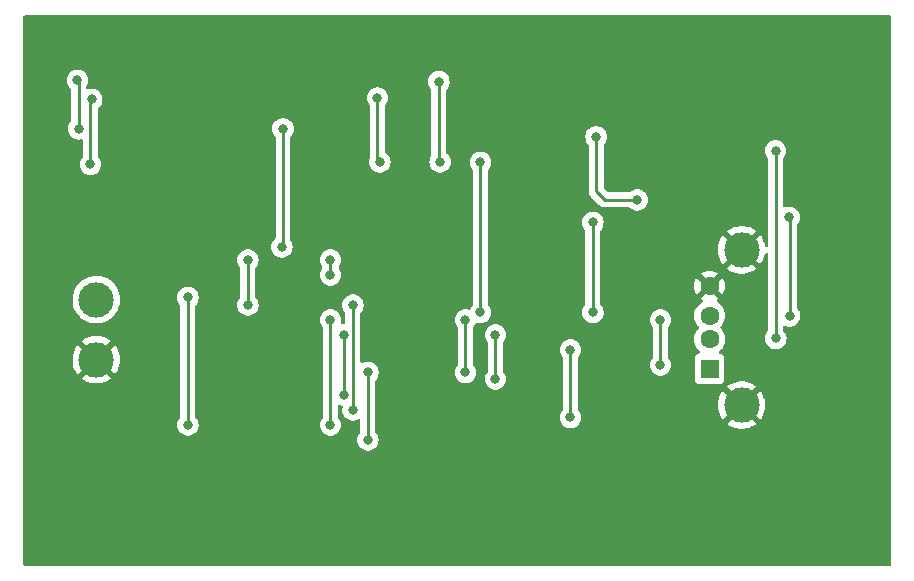
<source format=gbr>
%TF.GenerationSoftware,KiCad,Pcbnew,(6.0.4)*%
%TF.CreationDate,2022-05-23T18:10:56-07:00*%
%TF.ProjectId,SolarChargerV7,536f6c61-7243-4686-9172-67657256372e,rev?*%
%TF.SameCoordinates,Original*%
%TF.FileFunction,Copper,L2,Bot*%
%TF.FilePolarity,Positive*%
%FSLAX46Y46*%
G04 Gerber Fmt 4.6, Leading zero omitted, Abs format (unit mm)*
G04 Created by KiCad (PCBNEW (6.0.4)) date 2022-05-23 18:10:56*
%MOMM*%
%LPD*%
G01*
G04 APERTURE LIST*
%TA.AperFunction,ComponentPad*%
%ADD10C,3.000000*%
%TD*%
%TA.AperFunction,ComponentPad*%
%ADD11R,1.500000X1.600000*%
%TD*%
%TA.AperFunction,ComponentPad*%
%ADD12C,1.600000*%
%TD*%
%TA.AperFunction,ViaPad*%
%ADD13C,0.800000*%
%TD*%
%TA.AperFunction,Conductor*%
%ADD14C,0.250000*%
%TD*%
G04 APERTURE END LIST*
D10*
%TO.P,SC1,1,+*%
%TO.N,Net-(C1-Pad1)*%
X100200000Y-68760000D03*
%TO.P,SC1,2,-*%
%TO.N,GND*%
X100200000Y-73840000D03*
%TD*%
D11*
%TO.P,J1,1,VBUS*%
%TO.N,Net-(C7-Pad1)*%
X152120000Y-74620000D03*
D12*
%TO.P,J1,2,D-*%
%TO.N,Net-(J1-Pad2)*%
X152120000Y-72120000D03*
%TO.P,J1,3,D+*%
%TO.N,Net-(R8-Pad2)*%
X152120000Y-70120000D03*
%TO.P,J1,4,GND*%
%TO.N,GND*%
X152120000Y-67620000D03*
D10*
%TO.P,J1,5,Shield*%
X154830000Y-64550000D03*
X154830000Y-77690000D03*
%TD*%
D13*
%TO.N,GND*%
X153570000Y-58490000D03*
X153550000Y-51030000D03*
%TO.N,Net-(R8-Pad2)*%
X142510000Y-54980000D03*
X145990000Y-60320000D03*
%TO.N,GND*%
X154940000Y-59690000D03*
X154800000Y-61810000D03*
%TO.N,Net-(R8-Pad2)*%
X158900000Y-70140000D03*
X158840000Y-61800000D03*
%TO.N,GND*%
X156670000Y-75510000D03*
X156580000Y-65990000D03*
%TO.N,Net-(J1-Pad2)*%
X157720000Y-72040000D03*
X157700000Y-56170000D03*
%TO.N,Net-(C4-Pad1)*%
X120015000Y-70485000D03*
X120015000Y-79375000D03*
%TO.N,Net-(C5-Pad1)*%
X140335000Y-78740000D03*
X140335000Y-73025000D03*
%TO.N,GND*%
X127000000Y-81915000D03*
X127000000Y-74205500D03*
X97600000Y-73700000D03*
X97600000Y-59800000D03*
X147320000Y-64770000D03*
X104140000Y-76835000D03*
X147320000Y-59690000D03*
X109855000Y-74930000D03*
X109855000Y-79375000D03*
X104140000Y-83820000D03*
X109855000Y-82550000D03*
%TO.N,Net-(C1-Pad1)*%
X116000000Y-54300000D03*
X115900000Y-64300000D03*
X107950000Y-79375000D03*
X107950000Y-68580000D03*
%TO.N,Net-(C2-Pad1)*%
X120015000Y-65405000D03*
X113030000Y-69215000D03*
X120015000Y-66675000D03*
X113030000Y-65405000D03*
%TO.N,Net-(R3-Pad1)*%
X123190000Y-74930000D03*
X131445000Y-70485000D03*
X131445000Y-74930000D03*
X123190000Y-80645000D03*
%TO.N,Net-(R4-Pad1)*%
X121920000Y-69215000D03*
X121920000Y-78105000D03*
%TO.N,Net-(C7-Pad1)*%
X142240000Y-62230000D03*
X147955000Y-70485000D03*
X142240000Y-69850000D03*
X147955000Y-74295000D03*
%TO.N,Net-(R6-Pad2)*%
X121195500Y-71755000D03*
X121195500Y-76835000D03*
%TO.N,Net-(C6-Pad1)*%
X132715000Y-69850000D03*
X132715000Y-57150000D03*
X124000000Y-51700000D03*
X99800000Y-51800000D03*
X99700000Y-57300000D03*
X124200000Y-57100000D03*
%TO.N,Net-(Q1-Pad4)*%
X133985000Y-71755000D03*
X133985000Y-75475500D03*
%TO.N,Net-(C6-Pad2)*%
X129200000Y-50300000D03*
X98700000Y-54300000D03*
X129300000Y-57100000D03*
X98600000Y-50200000D03*
%TD*%
D14*
%TO.N,GND*%
X153550000Y-58470000D02*
X153570000Y-58490000D01*
X153550000Y-51030000D02*
X153550000Y-58470000D01*
%TO.N,Net-(R8-Pad2)*%
X142510000Y-59570000D02*
X142510000Y-54980000D01*
X142670000Y-59730000D02*
X142510000Y-59570000D01*
X145990000Y-60320000D02*
X143260000Y-60320000D01*
X143260000Y-60320000D02*
X142670000Y-59730000D01*
%TO.N,GND*%
X154800000Y-59830000D02*
X154940000Y-59690000D01*
X154800000Y-61810000D02*
X154800000Y-59830000D01*
%TO.N,Net-(R8-Pad2)*%
X158900000Y-70140000D02*
X158900000Y-61860000D01*
X158900000Y-61860000D02*
X158840000Y-61800000D01*
%TO.N,GND*%
X156580000Y-65990000D02*
X156580000Y-75420000D01*
X156580000Y-75420000D02*
X156670000Y-75510000D01*
%TO.N,Net-(J1-Pad2)*%
X157700000Y-72020000D02*
X157720000Y-72040000D01*
X157700000Y-56170000D02*
X157700000Y-72020000D01*
%TO.N,Net-(C4-Pad1)*%
X120015000Y-79375000D02*
X120015000Y-70485000D01*
%TO.N,Net-(C5-Pad1)*%
X140335000Y-78740000D02*
X140335000Y-73025000D01*
%TO.N,GND*%
X147320000Y-64770000D02*
X147320000Y-59690000D01*
X97600000Y-59800000D02*
X97600000Y-73700000D01*
X104140000Y-83820000D02*
X104140000Y-76835000D01*
X127000000Y-74205500D02*
X127000000Y-81915000D01*
X109855000Y-82550000D02*
X109855000Y-79375000D01*
X109855000Y-74930000D02*
X109855000Y-79375000D01*
%TO.N,Net-(C1-Pad1)*%
X107950000Y-79375000D02*
X107950000Y-68580000D01*
X116000000Y-54300000D02*
X116000000Y-64200000D01*
X116000000Y-64200000D02*
X115900000Y-64300000D01*
%TO.N,Net-(C2-Pad1)*%
X113030000Y-69215000D02*
X113030000Y-65405000D01*
X120015000Y-65405000D02*
X120015000Y-66675000D01*
%TO.N,Net-(R3-Pad1)*%
X131445000Y-74930000D02*
X131445000Y-70485000D01*
X123190000Y-80645000D02*
X123190000Y-74930000D01*
%TO.N,Net-(R4-Pad1)*%
X121920000Y-69215000D02*
X121920000Y-78105000D01*
%TO.N,Net-(C7-Pad1)*%
X142240000Y-62230000D02*
X142240000Y-69850000D01*
X147955000Y-74295000D02*
X147955000Y-70485000D01*
%TO.N,Net-(R6-Pad2)*%
X121195500Y-71755000D02*
X121195500Y-76835000D01*
%TO.N,Net-(C6-Pad1)*%
X124000000Y-51700000D02*
X124000000Y-56900000D01*
X132715000Y-69850000D02*
X132715000Y-57150000D01*
X99700000Y-57300000D02*
X99700000Y-51900000D01*
X124000000Y-56900000D02*
X124200000Y-57100000D01*
X99700000Y-51900000D02*
X99800000Y-51800000D01*
%TO.N,Net-(Q1-Pad4)*%
X133985000Y-71755000D02*
X133985000Y-75475500D01*
%TO.N,Net-(C6-Pad2)*%
X98700000Y-50300000D02*
X98600000Y-50200000D01*
X129200000Y-50300000D02*
X129200000Y-57000000D01*
X129200000Y-57000000D02*
X129300000Y-57100000D01*
X98700000Y-54300000D02*
X98700000Y-50300000D01*
%TD*%
%TA.AperFunction,Conductor*%
%TO.N,GND*%
G36*
X167433621Y-44728502D02*
G01*
X167480114Y-44782158D01*
X167491500Y-44834500D01*
X167491500Y-91165500D01*
X167471498Y-91233621D01*
X167417842Y-91280114D01*
X167365500Y-91291500D01*
X94134500Y-91291500D01*
X94066379Y-91271498D01*
X94019886Y-91217842D01*
X94008500Y-91165500D01*
X94008500Y-79375000D01*
X107036496Y-79375000D01*
X107037186Y-79381565D01*
X107053187Y-79533803D01*
X107056458Y-79564928D01*
X107115473Y-79746556D01*
X107210960Y-79911944D01*
X107338747Y-80053866D01*
X107493248Y-80166118D01*
X107499276Y-80168802D01*
X107499278Y-80168803D01*
X107661681Y-80241109D01*
X107667712Y-80243794D01*
X107761113Y-80263647D01*
X107848056Y-80282128D01*
X107848061Y-80282128D01*
X107854513Y-80283500D01*
X108045487Y-80283500D01*
X108051939Y-80282128D01*
X108051944Y-80282128D01*
X108138887Y-80263647D01*
X108232288Y-80243794D01*
X108238319Y-80241109D01*
X108400722Y-80168803D01*
X108400724Y-80168802D01*
X108406752Y-80166118D01*
X108561253Y-80053866D01*
X108689040Y-79911944D01*
X108784527Y-79746556D01*
X108843542Y-79564928D01*
X108846814Y-79533803D01*
X108862814Y-79381565D01*
X108863504Y-79375000D01*
X119101496Y-79375000D01*
X119102186Y-79381565D01*
X119118187Y-79533803D01*
X119121458Y-79564928D01*
X119180473Y-79746556D01*
X119275960Y-79911944D01*
X119403747Y-80053866D01*
X119558248Y-80166118D01*
X119564276Y-80168802D01*
X119564278Y-80168803D01*
X119726681Y-80241109D01*
X119732712Y-80243794D01*
X119826113Y-80263647D01*
X119913056Y-80282128D01*
X119913061Y-80282128D01*
X119919513Y-80283500D01*
X120110487Y-80283500D01*
X120116939Y-80282128D01*
X120116944Y-80282128D01*
X120203887Y-80263647D01*
X120297288Y-80243794D01*
X120303319Y-80241109D01*
X120465722Y-80168803D01*
X120465724Y-80168802D01*
X120471752Y-80166118D01*
X120626253Y-80053866D01*
X120754040Y-79911944D01*
X120849527Y-79746556D01*
X120908542Y-79564928D01*
X120911814Y-79533803D01*
X120927814Y-79381565D01*
X120928504Y-79375000D01*
X120908542Y-79185072D01*
X120849527Y-79003444D01*
X120754040Y-78838056D01*
X120680863Y-78756785D01*
X120650147Y-78692779D01*
X120648500Y-78672476D01*
X120648500Y-77779960D01*
X120668502Y-77711839D01*
X120722158Y-77665346D01*
X120792432Y-77655242D01*
X120825748Y-77664853D01*
X120853454Y-77677188D01*
X120888890Y-77692965D01*
X120913212Y-77703794D01*
X120919667Y-77705166D01*
X120919676Y-77705169D01*
X120946478Y-77710866D01*
X121008951Y-77744594D01*
X121043272Y-77806744D01*
X121040113Y-77873046D01*
X121026458Y-77915072D01*
X121006496Y-78105000D01*
X121007186Y-78111565D01*
X121018055Y-78214974D01*
X121026458Y-78294928D01*
X121085473Y-78476556D01*
X121180960Y-78641944D01*
X121308747Y-78783866D01*
X121463248Y-78896118D01*
X121469276Y-78898802D01*
X121469278Y-78898803D01*
X121631681Y-78971109D01*
X121637712Y-78973794D01*
X121731113Y-78993647D01*
X121818056Y-79012128D01*
X121818061Y-79012128D01*
X121824513Y-79013500D01*
X122015487Y-79013500D01*
X122021939Y-79012128D01*
X122021944Y-79012128D01*
X122108887Y-78993647D01*
X122202288Y-78973794D01*
X122226656Y-78962945D01*
X122376752Y-78896118D01*
X122377677Y-78898196D01*
X122436488Y-78883924D01*
X122503581Y-78907141D01*
X122547472Y-78962945D01*
X122556500Y-79009782D01*
X122556500Y-79942476D01*
X122536498Y-80010597D01*
X122524142Y-80026779D01*
X122450960Y-80108056D01*
X122355473Y-80273444D01*
X122296458Y-80455072D01*
X122276496Y-80645000D01*
X122296458Y-80834928D01*
X122355473Y-81016556D01*
X122450960Y-81181944D01*
X122578747Y-81323866D01*
X122733248Y-81436118D01*
X122739276Y-81438802D01*
X122739278Y-81438803D01*
X122901681Y-81511109D01*
X122907712Y-81513794D01*
X123001112Y-81533647D01*
X123088056Y-81552128D01*
X123088061Y-81552128D01*
X123094513Y-81553500D01*
X123285487Y-81553500D01*
X123291939Y-81552128D01*
X123291944Y-81552128D01*
X123378888Y-81533647D01*
X123472288Y-81513794D01*
X123478319Y-81511109D01*
X123640722Y-81438803D01*
X123640724Y-81438802D01*
X123646752Y-81436118D01*
X123801253Y-81323866D01*
X123929040Y-81181944D01*
X124024527Y-81016556D01*
X124083542Y-80834928D01*
X124103504Y-80645000D01*
X124083542Y-80455072D01*
X124024527Y-80273444D01*
X123929040Y-80108056D01*
X123855863Y-80026785D01*
X123825147Y-79962779D01*
X123823500Y-79942476D01*
X123823500Y-78740000D01*
X139421496Y-78740000D01*
X139422186Y-78746565D01*
X139438187Y-78898803D01*
X139441458Y-78929928D01*
X139500473Y-79111556D01*
X139595960Y-79276944D01*
X139723747Y-79418866D01*
X139878248Y-79531118D01*
X139884276Y-79533802D01*
X139884278Y-79533803D01*
X140046681Y-79606109D01*
X140052712Y-79608794D01*
X140146113Y-79628647D01*
X140233056Y-79647128D01*
X140233061Y-79647128D01*
X140239513Y-79648500D01*
X140430487Y-79648500D01*
X140436939Y-79647128D01*
X140436944Y-79647128D01*
X140523887Y-79628647D01*
X140617288Y-79608794D01*
X140623319Y-79606109D01*
X140785722Y-79533803D01*
X140785724Y-79533802D01*
X140791752Y-79531118D01*
X140946253Y-79418866D01*
X141071600Y-79279654D01*
X153605618Y-79279654D01*
X153612673Y-79289627D01*
X153643679Y-79315551D01*
X153650598Y-79320579D01*
X153875272Y-79461515D01*
X153882807Y-79465556D01*
X154124520Y-79574694D01*
X154132551Y-79577680D01*
X154386832Y-79653002D01*
X154395184Y-79654869D01*
X154657340Y-79694984D01*
X154665874Y-79695700D01*
X154931045Y-79699867D01*
X154939596Y-79699418D01*
X155202883Y-79667557D01*
X155211284Y-79665955D01*
X155467824Y-79598653D01*
X155475926Y-79595926D01*
X155720949Y-79494434D01*
X155728617Y-79490628D01*
X155957598Y-79356822D01*
X155964679Y-79352009D01*
X156044655Y-79289301D01*
X156053125Y-79277442D01*
X156046608Y-79265818D01*
X154842812Y-78062022D01*
X154828868Y-78054408D01*
X154827035Y-78054539D01*
X154820420Y-78058790D01*
X153612910Y-79266300D01*
X153605618Y-79279654D01*
X141071600Y-79279654D01*
X141074040Y-79276944D01*
X141169527Y-79111556D01*
X141228542Y-78929928D01*
X141231814Y-78898803D01*
X141247814Y-78746565D01*
X141248504Y-78740000D01*
X141228542Y-78550072D01*
X141169527Y-78368444D01*
X141074040Y-78203056D01*
X141000863Y-78121785D01*
X140970147Y-78057779D01*
X140968500Y-78037476D01*
X140968500Y-77673204D01*
X152817665Y-77673204D01*
X152832932Y-77937969D01*
X152834005Y-77946470D01*
X152885065Y-78206722D01*
X152887276Y-78214974D01*
X152973184Y-78465894D01*
X152976499Y-78473779D01*
X153095664Y-78710713D01*
X153100020Y-78718079D01*
X153229347Y-78906250D01*
X153239601Y-78914594D01*
X153253342Y-78907448D01*
X154457978Y-77702812D01*
X154464356Y-77691132D01*
X155194408Y-77691132D01*
X155194539Y-77692965D01*
X155198790Y-77699580D01*
X156405730Y-78906520D01*
X156417939Y-78913187D01*
X156429439Y-78904497D01*
X156526831Y-78771913D01*
X156531418Y-78764685D01*
X156657962Y-78531621D01*
X156661530Y-78523827D01*
X156755271Y-78275750D01*
X156757748Y-78267544D01*
X156816954Y-78009038D01*
X156818294Y-78000577D01*
X156842031Y-77734616D01*
X156842277Y-77729677D01*
X156842666Y-77692485D01*
X156842523Y-77687519D01*
X156824362Y-77421123D01*
X156823201Y-77412649D01*
X156769419Y-77152944D01*
X156767120Y-77144709D01*
X156678588Y-76894705D01*
X156675191Y-76886854D01*
X156553550Y-76651178D01*
X156549122Y-76643866D01*
X156430031Y-76474417D01*
X156419509Y-76466037D01*
X156406121Y-76473089D01*
X155202022Y-77677188D01*
X155194408Y-77691132D01*
X154464356Y-77691132D01*
X154465592Y-77688868D01*
X154465461Y-77687035D01*
X154461210Y-77680420D01*
X153253814Y-76473024D01*
X153241804Y-76466466D01*
X153230064Y-76475434D01*
X153121935Y-76625911D01*
X153117418Y-76633196D01*
X152993325Y-76867567D01*
X152989839Y-76875395D01*
X152898700Y-77124446D01*
X152896311Y-77132670D01*
X152839812Y-77391795D01*
X152838563Y-77400250D01*
X152817754Y-77664653D01*
X152817665Y-77673204D01*
X140968500Y-77673204D01*
X140968500Y-76102500D01*
X153606584Y-76102500D01*
X153612980Y-76113770D01*
X154817188Y-77317978D01*
X154831132Y-77325592D01*
X154832965Y-77325461D01*
X154839580Y-77321210D01*
X156046604Y-76114186D01*
X156053795Y-76101017D01*
X156046473Y-76090780D01*
X155999233Y-76052115D01*
X155992261Y-76047160D01*
X155766122Y-75908582D01*
X155758552Y-75904624D01*
X155515704Y-75798022D01*
X155507644Y-75795120D01*
X155252592Y-75722467D01*
X155244214Y-75720685D01*
X154981656Y-75683318D01*
X154973111Y-75682691D01*
X154707908Y-75681302D01*
X154699374Y-75681839D01*
X154436433Y-75716456D01*
X154428035Y-75718149D01*
X154172238Y-75788127D01*
X154164143Y-75790946D01*
X153920199Y-75894997D01*
X153912577Y-75898881D01*
X153685013Y-76035075D01*
X153677981Y-76039962D01*
X153615053Y-76090377D01*
X153606584Y-76102500D01*
X140968500Y-76102500D01*
X140968500Y-74295000D01*
X147041496Y-74295000D01*
X147061458Y-74484928D01*
X147120473Y-74666556D01*
X147215960Y-74831944D01*
X147343747Y-74973866D01*
X147498248Y-75086118D01*
X147504276Y-75088802D01*
X147504278Y-75088803D01*
X147666681Y-75161109D01*
X147672712Y-75163794D01*
X147766113Y-75183647D01*
X147853056Y-75202128D01*
X147853061Y-75202128D01*
X147859513Y-75203500D01*
X148050487Y-75203500D01*
X148056939Y-75202128D01*
X148056944Y-75202128D01*
X148143887Y-75183647D01*
X148237288Y-75163794D01*
X148243319Y-75161109D01*
X148405722Y-75088803D01*
X148405724Y-75088802D01*
X148411752Y-75086118D01*
X148566253Y-74973866D01*
X148694040Y-74831944D01*
X148789527Y-74666556D01*
X148848542Y-74484928D01*
X148868504Y-74295000D01*
X148853325Y-74150577D01*
X148849232Y-74111635D01*
X148849232Y-74111633D01*
X148848542Y-74105072D01*
X148789527Y-73923444D01*
X148694040Y-73758056D01*
X148620863Y-73676785D01*
X148590147Y-73612779D01*
X148588500Y-73592476D01*
X148588500Y-72120000D01*
X150806502Y-72120000D01*
X150826457Y-72348087D01*
X150827881Y-72353400D01*
X150827881Y-72353402D01*
X150850341Y-72437221D01*
X150885716Y-72569243D01*
X150888039Y-72574224D01*
X150888039Y-72574225D01*
X150980151Y-72771762D01*
X150980154Y-72771767D01*
X150982477Y-72776749D01*
X151027911Y-72841635D01*
X151102739Y-72948500D01*
X151113802Y-72964300D01*
X151272642Y-73123140D01*
X151306668Y-73185452D01*
X151301603Y-73256267D01*
X151259056Y-73313103D01*
X151227777Y-73330216D01*
X151181362Y-73347617D01*
X151131705Y-73366232D01*
X151131704Y-73366233D01*
X151123295Y-73369385D01*
X151006739Y-73456739D01*
X150919385Y-73573295D01*
X150868255Y-73709684D01*
X150861500Y-73771866D01*
X150861500Y-75468134D01*
X150868255Y-75530316D01*
X150919385Y-75666705D01*
X151006739Y-75783261D01*
X151123295Y-75870615D01*
X151259684Y-75921745D01*
X151321866Y-75928500D01*
X152918134Y-75928500D01*
X152980316Y-75921745D01*
X153116705Y-75870615D01*
X153233261Y-75783261D01*
X153320615Y-75666705D01*
X153371745Y-75530316D01*
X153378500Y-75468134D01*
X153378500Y-73771866D01*
X153371745Y-73709684D01*
X153320615Y-73573295D01*
X153233261Y-73456739D01*
X153116705Y-73369385D01*
X153108296Y-73366233D01*
X153108295Y-73366232D01*
X153058638Y-73347617D01*
X153012223Y-73330217D01*
X152955459Y-73287576D01*
X152930759Y-73221015D01*
X152945966Y-73151666D01*
X152967358Y-73123140D01*
X153126198Y-72964300D01*
X153137262Y-72948500D01*
X153212089Y-72841635D01*
X153257523Y-72776749D01*
X153259846Y-72771767D01*
X153259849Y-72771762D01*
X153351961Y-72574225D01*
X153351961Y-72574224D01*
X153354284Y-72569243D01*
X153389660Y-72437221D01*
X153412119Y-72353402D01*
X153412119Y-72353400D01*
X153413543Y-72348087D01*
X153433498Y-72120000D01*
X153413543Y-71891913D01*
X153412119Y-71886598D01*
X153355707Y-71676067D01*
X153355706Y-71676065D01*
X153354284Y-71670757D01*
X153278751Y-71508774D01*
X153259849Y-71468238D01*
X153259846Y-71468233D01*
X153257523Y-71463251D01*
X153168117Y-71335566D01*
X153129357Y-71280211D01*
X153129355Y-71280208D01*
X153126198Y-71275700D01*
X153059593Y-71209095D01*
X153025567Y-71146783D01*
X153030632Y-71075968D01*
X153059593Y-71030905D01*
X153126198Y-70964300D01*
X153147553Y-70933803D01*
X153254366Y-70781257D01*
X153257523Y-70776749D01*
X153259846Y-70771767D01*
X153259849Y-70771762D01*
X153351961Y-70574225D01*
X153351961Y-70574224D01*
X153354284Y-70569243D01*
X153363192Y-70536000D01*
X153412119Y-70353402D01*
X153412119Y-70353400D01*
X153413543Y-70348087D01*
X153433498Y-70120000D01*
X153413543Y-69891913D01*
X153407446Y-69869158D01*
X153355707Y-69676067D01*
X153355706Y-69676065D01*
X153354284Y-69670757D01*
X153328847Y-69616206D01*
X153259849Y-69468238D01*
X153259846Y-69468233D01*
X153257523Y-69463251D01*
X153132786Y-69285108D01*
X153129357Y-69280211D01*
X153129355Y-69280208D01*
X153126198Y-69275700D01*
X152964300Y-69113802D01*
X152959792Y-69110645D01*
X152959789Y-69110643D01*
X152781253Y-68985631D01*
X152776749Y-68982477D01*
X152771765Y-68980153D01*
X152769472Y-68978829D01*
X152720479Y-68927447D01*
X152707043Y-68857733D01*
X152733429Y-68791822D01*
X152769472Y-68760591D01*
X152781002Y-68753934D01*
X152833048Y-68717491D01*
X152841424Y-68707012D01*
X152834356Y-68693566D01*
X152132812Y-67992022D01*
X152118868Y-67984408D01*
X152117035Y-67984539D01*
X152110420Y-67988790D01*
X151404923Y-68694287D01*
X151398493Y-68706062D01*
X151407789Y-68718077D01*
X151458998Y-68753934D01*
X151470528Y-68760591D01*
X151519521Y-68811973D01*
X151532958Y-68881687D01*
X151506571Y-68947598D01*
X151470528Y-68978829D01*
X151468235Y-68980153D01*
X151463251Y-68982477D01*
X151458747Y-68985631D01*
X151280211Y-69110643D01*
X151280208Y-69110645D01*
X151275700Y-69113802D01*
X151113802Y-69275700D01*
X151110645Y-69280208D01*
X151110643Y-69280211D01*
X151107214Y-69285108D01*
X150982477Y-69463251D01*
X150980154Y-69468233D01*
X150980151Y-69468238D01*
X150911153Y-69616206D01*
X150885716Y-69670757D01*
X150884294Y-69676065D01*
X150884293Y-69676067D01*
X150832554Y-69869158D01*
X150826457Y-69891913D01*
X150806502Y-70120000D01*
X150826457Y-70348087D01*
X150827881Y-70353400D01*
X150827881Y-70353402D01*
X150876809Y-70536000D01*
X150885716Y-70569243D01*
X150888039Y-70574224D01*
X150888039Y-70574225D01*
X150980151Y-70771762D01*
X150980154Y-70771767D01*
X150982477Y-70776749D01*
X150985634Y-70781257D01*
X151092448Y-70933803D01*
X151113802Y-70964300D01*
X151180407Y-71030905D01*
X151214433Y-71093217D01*
X151209368Y-71164032D01*
X151180407Y-71209095D01*
X151113802Y-71275700D01*
X151110645Y-71280208D01*
X151110643Y-71280211D01*
X151071883Y-71335566D01*
X150982477Y-71463251D01*
X150980154Y-71468233D01*
X150980151Y-71468238D01*
X150961249Y-71508774D01*
X150885716Y-71670757D01*
X150884294Y-71676065D01*
X150884293Y-71676067D01*
X150827881Y-71886598D01*
X150826457Y-71891913D01*
X150806502Y-72120000D01*
X148588500Y-72120000D01*
X148588500Y-71187524D01*
X148608502Y-71119403D01*
X148620858Y-71103221D01*
X148694040Y-71021944D01*
X148789527Y-70856556D01*
X148848542Y-70674928D01*
X148849439Y-70666399D01*
X148867814Y-70491565D01*
X148868504Y-70485000D01*
X148862433Y-70427237D01*
X148849232Y-70301635D01*
X148849232Y-70301633D01*
X148848542Y-70295072D01*
X148789527Y-70113444D01*
X148694040Y-69948056D01*
X148648744Y-69897749D01*
X148570675Y-69811045D01*
X148570674Y-69811044D01*
X148566253Y-69806134D01*
X148411752Y-69693882D01*
X148405724Y-69691198D01*
X148405722Y-69691197D01*
X148243319Y-69618891D01*
X148243318Y-69618891D01*
X148237288Y-69616206D01*
X148124721Y-69592279D01*
X148056944Y-69577872D01*
X148056939Y-69577872D01*
X148050487Y-69576500D01*
X147859513Y-69576500D01*
X147853061Y-69577872D01*
X147853056Y-69577872D01*
X147785279Y-69592279D01*
X147672712Y-69616206D01*
X147666682Y-69618891D01*
X147666681Y-69618891D01*
X147504278Y-69691197D01*
X147504276Y-69691198D01*
X147498248Y-69693882D01*
X147343747Y-69806134D01*
X147339326Y-69811044D01*
X147339325Y-69811045D01*
X147261257Y-69897749D01*
X147215960Y-69948056D01*
X147120473Y-70113444D01*
X147061458Y-70295072D01*
X147060768Y-70301633D01*
X147060768Y-70301635D01*
X147047567Y-70427237D01*
X147041496Y-70485000D01*
X147042186Y-70491565D01*
X147060562Y-70666399D01*
X147061458Y-70674928D01*
X147120473Y-70856556D01*
X147215960Y-71021944D01*
X147289137Y-71103215D01*
X147319853Y-71167221D01*
X147321500Y-71187524D01*
X147321500Y-73592476D01*
X147301498Y-73660597D01*
X147289142Y-73676779D01*
X147215960Y-73758056D01*
X147120473Y-73923444D01*
X147061458Y-74105072D01*
X147060768Y-74111633D01*
X147060768Y-74111635D01*
X147056675Y-74150577D01*
X147041496Y-74295000D01*
X140968500Y-74295000D01*
X140968500Y-73727524D01*
X140988502Y-73659403D01*
X141000858Y-73643221D01*
X141074040Y-73561944D01*
X141169527Y-73396556D01*
X141228542Y-73214928D01*
X141248504Y-73025000D01*
X141240464Y-72948500D01*
X141229232Y-72841635D01*
X141229232Y-72841633D01*
X141228542Y-72835072D01*
X141169527Y-72653444D01*
X141152002Y-72623089D01*
X141077341Y-72493774D01*
X141074040Y-72488056D01*
X140946253Y-72346134D01*
X140832889Y-72263770D01*
X140797094Y-72237763D01*
X140797093Y-72237762D01*
X140791752Y-72233882D01*
X140785724Y-72231198D01*
X140785722Y-72231197D01*
X140623319Y-72158891D01*
X140623318Y-72158891D01*
X140617288Y-72156206D01*
X140504721Y-72132279D01*
X140436944Y-72117872D01*
X140436939Y-72117872D01*
X140430487Y-72116500D01*
X140239513Y-72116500D01*
X140233061Y-72117872D01*
X140233056Y-72117872D01*
X140165279Y-72132279D01*
X140052712Y-72156206D01*
X140046682Y-72158891D01*
X140046681Y-72158891D01*
X139884278Y-72231197D01*
X139884276Y-72231198D01*
X139878248Y-72233882D01*
X139872907Y-72237762D01*
X139872906Y-72237763D01*
X139837111Y-72263770D01*
X139723747Y-72346134D01*
X139595960Y-72488056D01*
X139592659Y-72493774D01*
X139517999Y-72623089D01*
X139500473Y-72653444D01*
X139441458Y-72835072D01*
X139440768Y-72841633D01*
X139440768Y-72841635D01*
X139429536Y-72948500D01*
X139421496Y-73025000D01*
X139441458Y-73214928D01*
X139500473Y-73396556D01*
X139595960Y-73561944D01*
X139669137Y-73643215D01*
X139699853Y-73707221D01*
X139701500Y-73727524D01*
X139701500Y-78037476D01*
X139681498Y-78105597D01*
X139669142Y-78121779D01*
X139595960Y-78203056D01*
X139500473Y-78368444D01*
X139441458Y-78550072D01*
X139421496Y-78740000D01*
X123823500Y-78740000D01*
X123823500Y-75632524D01*
X123843502Y-75564403D01*
X123855858Y-75548221D01*
X123929040Y-75466944D01*
X124024527Y-75301556D01*
X124083542Y-75119928D01*
X124084562Y-75110229D01*
X124102814Y-74936565D01*
X124103504Y-74930000D01*
X130531496Y-74930000D01*
X130532186Y-74936565D01*
X130550439Y-75110229D01*
X130551458Y-75119928D01*
X130610473Y-75301556D01*
X130705960Y-75466944D01*
X130710375Y-75471847D01*
X130710379Y-75471852D01*
X130741866Y-75506822D01*
X130833747Y-75608866D01*
X130988248Y-75721118D01*
X130994276Y-75723802D01*
X130994278Y-75723803D01*
X131127824Y-75783261D01*
X131162712Y-75798794D01*
X131256112Y-75818647D01*
X131343056Y-75837128D01*
X131343061Y-75837128D01*
X131349513Y-75838500D01*
X131540487Y-75838500D01*
X131546939Y-75837128D01*
X131546944Y-75837128D01*
X131633888Y-75818647D01*
X131727288Y-75798794D01*
X131762176Y-75783261D01*
X131895722Y-75723803D01*
X131895724Y-75723802D01*
X131901752Y-75721118D01*
X132056253Y-75608866D01*
X132148134Y-75506822D01*
X132176336Y-75475500D01*
X133071496Y-75475500D01*
X133072186Y-75482065D01*
X133090709Y-75658297D01*
X133091458Y-75665428D01*
X133150473Y-75847056D01*
X133245960Y-76012444D01*
X133373747Y-76154366D01*
X133528248Y-76266618D01*
X133534276Y-76269302D01*
X133534278Y-76269303D01*
X133696681Y-76341609D01*
X133702712Y-76344294D01*
X133796112Y-76364147D01*
X133883056Y-76382628D01*
X133883061Y-76382628D01*
X133889513Y-76384000D01*
X134080487Y-76384000D01*
X134086939Y-76382628D01*
X134086944Y-76382628D01*
X134173888Y-76364147D01*
X134267288Y-76344294D01*
X134273319Y-76341609D01*
X134435722Y-76269303D01*
X134435724Y-76269302D01*
X134441752Y-76266618D01*
X134596253Y-76154366D01*
X134724040Y-76012444D01*
X134819527Y-75847056D01*
X134878542Y-75665428D01*
X134879292Y-75658297D01*
X134897814Y-75482065D01*
X134898504Y-75475500D01*
X134892231Y-75415818D01*
X134879232Y-75292135D01*
X134879232Y-75292133D01*
X134878542Y-75285572D01*
X134819527Y-75103944D01*
X134806995Y-75082237D01*
X134727341Y-74944274D01*
X134724040Y-74938556D01*
X134650863Y-74857285D01*
X134620147Y-74793279D01*
X134618500Y-74772976D01*
X134618500Y-72457524D01*
X134638502Y-72389403D01*
X134650858Y-72373221D01*
X134724040Y-72291944D01*
X134819527Y-72126556D01*
X134878542Y-71944928D01*
X134889172Y-71843794D01*
X134897814Y-71761565D01*
X134898504Y-71755000D01*
X134878542Y-71565072D01*
X134819527Y-71383444D01*
X134805812Y-71359688D01*
X134727341Y-71223774D01*
X134724040Y-71218056D01*
X134715972Y-71209095D01*
X134600675Y-71081045D01*
X134600674Y-71081044D01*
X134596253Y-71076134D01*
X134441752Y-70963882D01*
X134435724Y-70961198D01*
X134435722Y-70961197D01*
X134273319Y-70888891D01*
X134273318Y-70888891D01*
X134267288Y-70886206D01*
X134154712Y-70862277D01*
X134086944Y-70847872D01*
X134086939Y-70847872D01*
X134080487Y-70846500D01*
X133889513Y-70846500D01*
X133883061Y-70847872D01*
X133883056Y-70847872D01*
X133815288Y-70862277D01*
X133702712Y-70886206D01*
X133696682Y-70888891D01*
X133696681Y-70888891D01*
X133534278Y-70961197D01*
X133534276Y-70961198D01*
X133528248Y-70963882D01*
X133373747Y-71076134D01*
X133369326Y-71081044D01*
X133369325Y-71081045D01*
X133254029Y-71209095D01*
X133245960Y-71218056D01*
X133242659Y-71223774D01*
X133164189Y-71359688D01*
X133150473Y-71383444D01*
X133091458Y-71565072D01*
X133071496Y-71755000D01*
X133072186Y-71761565D01*
X133080829Y-71843794D01*
X133091458Y-71944928D01*
X133150473Y-72126556D01*
X133245960Y-72291944D01*
X133319137Y-72373215D01*
X133349853Y-72437221D01*
X133351500Y-72457524D01*
X133351500Y-74772976D01*
X133331498Y-74841097D01*
X133319142Y-74857279D01*
X133245960Y-74938556D01*
X133242659Y-74944274D01*
X133163006Y-75082237D01*
X133150473Y-75103944D01*
X133091458Y-75285572D01*
X133090768Y-75292133D01*
X133090768Y-75292135D01*
X133077769Y-75415818D01*
X133071496Y-75475500D01*
X132176336Y-75475500D01*
X132179621Y-75471852D01*
X132179625Y-75471847D01*
X132184040Y-75466944D01*
X132279527Y-75301556D01*
X132338542Y-75119928D01*
X132339562Y-75110229D01*
X132357814Y-74936565D01*
X132358504Y-74930000D01*
X132338542Y-74740072D01*
X132279527Y-74558444D01*
X132184040Y-74393056D01*
X132110863Y-74311785D01*
X132080147Y-74247779D01*
X132078500Y-74227476D01*
X132078500Y-71187524D01*
X132098502Y-71119403D01*
X132110858Y-71103221D01*
X132184040Y-71021944D01*
X132279527Y-70856556D01*
X132282795Y-70846500D01*
X132296235Y-70805135D01*
X132336309Y-70746530D01*
X132401706Y-70718893D01*
X132442265Y-70720825D01*
X132613056Y-70757128D01*
X132613061Y-70757128D01*
X132619513Y-70758500D01*
X132810487Y-70758500D01*
X132816939Y-70757128D01*
X132816944Y-70757128D01*
X132914247Y-70736445D01*
X132997288Y-70718794D01*
X133049855Y-70695390D01*
X133165722Y-70643803D01*
X133165724Y-70643802D01*
X133171752Y-70641118D01*
X133326253Y-70528866D01*
X133454040Y-70386944D01*
X133528056Y-70258745D01*
X133546223Y-70227279D01*
X133546224Y-70227278D01*
X133549527Y-70221556D01*
X133608542Y-70039928D01*
X133611303Y-70013664D01*
X133627814Y-69856565D01*
X133628504Y-69850000D01*
X141326496Y-69850000D01*
X141327186Y-69856565D01*
X141343698Y-70013664D01*
X141346458Y-70039928D01*
X141405473Y-70221556D01*
X141408776Y-70227278D01*
X141408777Y-70227279D01*
X141426944Y-70258745D01*
X141500960Y-70386944D01*
X141628747Y-70528866D01*
X141783248Y-70641118D01*
X141789276Y-70643802D01*
X141789278Y-70643803D01*
X141905145Y-70695390D01*
X141957712Y-70718794D01*
X142040753Y-70736445D01*
X142138056Y-70757128D01*
X142138061Y-70757128D01*
X142144513Y-70758500D01*
X142335487Y-70758500D01*
X142341939Y-70757128D01*
X142341944Y-70757128D01*
X142439247Y-70736445D01*
X142522288Y-70718794D01*
X142574855Y-70695390D01*
X142690722Y-70643803D01*
X142690724Y-70643802D01*
X142696752Y-70641118D01*
X142851253Y-70528866D01*
X142979040Y-70386944D01*
X143053056Y-70258745D01*
X143071223Y-70227279D01*
X143071224Y-70227278D01*
X143074527Y-70221556D01*
X143133542Y-70039928D01*
X143136303Y-70013664D01*
X143152814Y-69856565D01*
X143153504Y-69850000D01*
X143142597Y-69746226D01*
X143134232Y-69666635D01*
X143134232Y-69666633D01*
X143133542Y-69660072D01*
X143074527Y-69478444D01*
X142979040Y-69313056D01*
X142905863Y-69231785D01*
X142875147Y-69167779D01*
X142873500Y-69147476D01*
X142873500Y-67625475D01*
X150807483Y-67625475D01*
X150826472Y-67842519D01*
X150828375Y-67853312D01*
X150884764Y-68063761D01*
X150888510Y-68074053D01*
X150980586Y-68271511D01*
X150986069Y-68281006D01*
X151022509Y-68333048D01*
X151032988Y-68341424D01*
X151046434Y-68334356D01*
X151747978Y-67632812D01*
X151754356Y-67621132D01*
X152484408Y-67621132D01*
X152484539Y-67622965D01*
X152488790Y-67629580D01*
X153194287Y-68335077D01*
X153206062Y-68341507D01*
X153218077Y-68332211D01*
X153253931Y-68281006D01*
X153259414Y-68271511D01*
X153351490Y-68074053D01*
X153355236Y-68063761D01*
X153411625Y-67853312D01*
X153413528Y-67842519D01*
X153432517Y-67625475D01*
X153432517Y-67614525D01*
X153413528Y-67397481D01*
X153411625Y-67386688D01*
X153355236Y-67176239D01*
X153351490Y-67165947D01*
X153259414Y-66968489D01*
X153253931Y-66958994D01*
X153217491Y-66906952D01*
X153207012Y-66898576D01*
X153193566Y-66905644D01*
X152492022Y-67607188D01*
X152484408Y-67621132D01*
X151754356Y-67621132D01*
X151755592Y-67618868D01*
X151755461Y-67617035D01*
X151751210Y-67610420D01*
X151045713Y-66904923D01*
X151033938Y-66898493D01*
X151021923Y-66907789D01*
X150986069Y-66958994D01*
X150980586Y-66968489D01*
X150888510Y-67165947D01*
X150884764Y-67176239D01*
X150828375Y-67386688D01*
X150826472Y-67397481D01*
X150807483Y-67614525D01*
X150807483Y-67625475D01*
X142873500Y-67625475D01*
X142873500Y-66532988D01*
X151398576Y-66532988D01*
X151405644Y-66546434D01*
X152107188Y-67247978D01*
X152121132Y-67255592D01*
X152122965Y-67255461D01*
X152129580Y-67251210D01*
X152835077Y-66545713D01*
X152841507Y-66533938D01*
X152832211Y-66521923D01*
X152781006Y-66486069D01*
X152771511Y-66480586D01*
X152574053Y-66388510D01*
X152563761Y-66384764D01*
X152353312Y-66328375D01*
X152342519Y-66326472D01*
X152125475Y-66307483D01*
X152114525Y-66307483D01*
X151897481Y-66326472D01*
X151886688Y-66328375D01*
X151676239Y-66384764D01*
X151665947Y-66388510D01*
X151468489Y-66480586D01*
X151458994Y-66486069D01*
X151406952Y-66522509D01*
X151398576Y-66532988D01*
X142873500Y-66532988D01*
X142873500Y-66139654D01*
X153605618Y-66139654D01*
X153612673Y-66149627D01*
X153643679Y-66175551D01*
X153650598Y-66180579D01*
X153875272Y-66321515D01*
X153882807Y-66325556D01*
X154124520Y-66434694D01*
X154132551Y-66437680D01*
X154386832Y-66513002D01*
X154395184Y-66514869D01*
X154657340Y-66554984D01*
X154665874Y-66555700D01*
X154931045Y-66559867D01*
X154939596Y-66559418D01*
X155202883Y-66527557D01*
X155211284Y-66525955D01*
X155467824Y-66458653D01*
X155475926Y-66455926D01*
X155720949Y-66354434D01*
X155728617Y-66350628D01*
X155957598Y-66216822D01*
X155964679Y-66212009D01*
X156044655Y-66149301D01*
X156053125Y-66137442D01*
X156046608Y-66125818D01*
X154842812Y-64922022D01*
X154828868Y-64914408D01*
X154827035Y-64914539D01*
X154820420Y-64918790D01*
X153612910Y-66126300D01*
X153605618Y-66139654D01*
X142873500Y-66139654D01*
X142873500Y-64533204D01*
X152817665Y-64533204D01*
X152832932Y-64797969D01*
X152834005Y-64806470D01*
X152885065Y-65066722D01*
X152887276Y-65074974D01*
X152973184Y-65325894D01*
X152976499Y-65333779D01*
X153095664Y-65570713D01*
X153100020Y-65578079D01*
X153229347Y-65766250D01*
X153239601Y-65774594D01*
X153253342Y-65767448D01*
X154457978Y-64562812D01*
X154464356Y-64551132D01*
X155194408Y-64551132D01*
X155194539Y-64552965D01*
X155198790Y-64559580D01*
X156405730Y-65766520D01*
X156417939Y-65773187D01*
X156429439Y-65764497D01*
X156526831Y-65631913D01*
X156531418Y-65624685D01*
X156657962Y-65391621D01*
X156661530Y-65383827D01*
X156755271Y-65135750D01*
X156757748Y-65127544D01*
X156817680Y-64865867D01*
X156852385Y-64803931D01*
X156915066Y-64770590D01*
X156985822Y-64776429D01*
X157042189Y-64819596D01*
X157066270Y-64886384D01*
X157066500Y-64893996D01*
X157066500Y-71359688D01*
X157046498Y-71427809D01*
X157034136Y-71443998D01*
X157016801Y-71463251D01*
X156980960Y-71503056D01*
X156885473Y-71668444D01*
X156826458Y-71850072D01*
X156825768Y-71856633D01*
X156825768Y-71856635D01*
X156807186Y-72033435D01*
X156806496Y-72040000D01*
X156807186Y-72046565D01*
X156818710Y-72156206D01*
X156826458Y-72229928D01*
X156885473Y-72411556D01*
X156980960Y-72576944D01*
X156985378Y-72581851D01*
X156985379Y-72581852D01*
X157044688Y-72647721D01*
X157108747Y-72718866D01*
X157263248Y-72831118D01*
X157269276Y-72833802D01*
X157269278Y-72833803D01*
X157431681Y-72906109D01*
X157437712Y-72908794D01*
X157531112Y-72928647D01*
X157618056Y-72947128D01*
X157618061Y-72947128D01*
X157624513Y-72948500D01*
X157815487Y-72948500D01*
X157821939Y-72947128D01*
X157821944Y-72947128D01*
X157908888Y-72928647D01*
X158002288Y-72908794D01*
X158008319Y-72906109D01*
X158170722Y-72833803D01*
X158170724Y-72833802D01*
X158176752Y-72831118D01*
X158331253Y-72718866D01*
X158395312Y-72647721D01*
X158454621Y-72581852D01*
X158454622Y-72581851D01*
X158459040Y-72576944D01*
X158554527Y-72411556D01*
X158613542Y-72229928D01*
X158621291Y-72156206D01*
X158632814Y-72046565D01*
X158633504Y-72040000D01*
X158632814Y-72033435D01*
X158614232Y-71856635D01*
X158614232Y-71856633D01*
X158613542Y-71850072D01*
X158554527Y-71668444D01*
X158459040Y-71503056D01*
X158365864Y-71399574D01*
X158335147Y-71335566D01*
X158333500Y-71315263D01*
X158333500Y-71076278D01*
X158353502Y-71008157D01*
X158407158Y-70961664D01*
X158477432Y-70951560D01*
X158510747Y-70961171D01*
X158617712Y-71008794D01*
X158679578Y-71021944D01*
X158798056Y-71047128D01*
X158798061Y-71047128D01*
X158804513Y-71048500D01*
X158995487Y-71048500D01*
X159001939Y-71047128D01*
X159001944Y-71047128D01*
X159120422Y-71021944D01*
X159182288Y-71008794D01*
X159282224Y-70964300D01*
X159350722Y-70933803D01*
X159350724Y-70933802D01*
X159356752Y-70931118D01*
X159511253Y-70818866D01*
X159519819Y-70809353D01*
X159634621Y-70681852D01*
X159634622Y-70681851D01*
X159639040Y-70676944D01*
X159724533Y-70528866D01*
X159731223Y-70517279D01*
X159731224Y-70517278D01*
X159734527Y-70511556D01*
X159793542Y-70329928D01*
X159797206Y-70295072D01*
X159812814Y-70146565D01*
X159813504Y-70140000D01*
X159807314Y-70081109D01*
X159794232Y-69956635D01*
X159794232Y-69956633D01*
X159793542Y-69950072D01*
X159734527Y-69768444D01*
X159727835Y-69756852D01*
X159693719Y-69697763D01*
X159639040Y-69603056D01*
X159565863Y-69521785D01*
X159535147Y-69457779D01*
X159533500Y-69437476D01*
X159533500Y-62435888D01*
X159553502Y-62367767D01*
X159565865Y-62351576D01*
X159574621Y-62341852D01*
X159574622Y-62341851D01*
X159579040Y-62336944D01*
X159674527Y-62171556D01*
X159733542Y-61989928D01*
X159753504Y-61800000D01*
X159733542Y-61610072D01*
X159674527Y-61428444D01*
X159579040Y-61263056D01*
X159451253Y-61121134D01*
X159296752Y-61008882D01*
X159290724Y-61006198D01*
X159290722Y-61006197D01*
X159128319Y-60933891D01*
X159128318Y-60933891D01*
X159122288Y-60931206D01*
X159021953Y-60909879D01*
X158941944Y-60892872D01*
X158941939Y-60892872D01*
X158935487Y-60891500D01*
X158744513Y-60891500D01*
X158738061Y-60892872D01*
X158738056Y-60892872D01*
X158658047Y-60909879D01*
X158557712Y-60931206D01*
X158551685Y-60933889D01*
X158551677Y-60933892D01*
X158510748Y-60952115D01*
X158440381Y-60961549D01*
X158376084Y-60931442D01*
X158338271Y-60871353D01*
X158333500Y-60837008D01*
X158333500Y-56872524D01*
X158353502Y-56804403D01*
X158365858Y-56788221D01*
X158439040Y-56706944D01*
X158524948Y-56558148D01*
X158531223Y-56547279D01*
X158531224Y-56547278D01*
X158534527Y-56541556D01*
X158593542Y-56359928D01*
X158594990Y-56346157D01*
X158612814Y-56176565D01*
X158613504Y-56170000D01*
X158593542Y-55980072D01*
X158534527Y-55798444D01*
X158439040Y-55633056D01*
X158334493Y-55516944D01*
X158315675Y-55496045D01*
X158315674Y-55496044D01*
X158311253Y-55491134D01*
X158156752Y-55378882D01*
X158150724Y-55376198D01*
X158150722Y-55376197D01*
X157988319Y-55303891D01*
X157988318Y-55303891D01*
X157982288Y-55301206D01*
X157888887Y-55281353D01*
X157801944Y-55262872D01*
X157801939Y-55262872D01*
X157795487Y-55261500D01*
X157604513Y-55261500D01*
X157598061Y-55262872D01*
X157598056Y-55262872D01*
X157511113Y-55281353D01*
X157417712Y-55301206D01*
X157411682Y-55303891D01*
X157411681Y-55303891D01*
X157249278Y-55376197D01*
X157249276Y-55376198D01*
X157243248Y-55378882D01*
X157088747Y-55491134D01*
X157084326Y-55496044D01*
X157084325Y-55496045D01*
X157065508Y-55516944D01*
X156960960Y-55633056D01*
X156865473Y-55798444D01*
X156806458Y-55980072D01*
X156786496Y-56170000D01*
X156787186Y-56176565D01*
X156805011Y-56346157D01*
X156806458Y-56359928D01*
X156865473Y-56541556D01*
X156868776Y-56547278D01*
X156868777Y-56547279D01*
X156875052Y-56558148D01*
X156960960Y-56706944D01*
X157034137Y-56788215D01*
X157064853Y-56852221D01*
X157066500Y-56872524D01*
X157066500Y-64217725D01*
X157046498Y-64285846D01*
X156992842Y-64332339D01*
X156922568Y-64342443D01*
X156857988Y-64312949D01*
X156819604Y-64253223D01*
X156817118Y-64243276D01*
X156769419Y-64012944D01*
X156767120Y-64004709D01*
X156678588Y-63754705D01*
X156675191Y-63746854D01*
X156553550Y-63511178D01*
X156549122Y-63503866D01*
X156430031Y-63334417D01*
X156419509Y-63326037D01*
X156406121Y-63333089D01*
X155202022Y-64537188D01*
X155194408Y-64551132D01*
X154464356Y-64551132D01*
X154465592Y-64548868D01*
X154465461Y-64547035D01*
X154461210Y-64540420D01*
X153253814Y-63333024D01*
X153241804Y-63326466D01*
X153230064Y-63335434D01*
X153121935Y-63485911D01*
X153117418Y-63493196D01*
X152993325Y-63727567D01*
X152989839Y-63735395D01*
X152898700Y-63984446D01*
X152896311Y-63992670D01*
X152839812Y-64251795D01*
X152838563Y-64260250D01*
X152817754Y-64524653D01*
X152817665Y-64533204D01*
X142873500Y-64533204D01*
X142873500Y-62962500D01*
X153606584Y-62962500D01*
X153612980Y-62973770D01*
X154817188Y-64177978D01*
X154831132Y-64185592D01*
X154832965Y-64185461D01*
X154839580Y-64181210D01*
X156046604Y-62974186D01*
X156053795Y-62961017D01*
X156046473Y-62950780D01*
X155999233Y-62912115D01*
X155992261Y-62907160D01*
X155766122Y-62768582D01*
X155758552Y-62764624D01*
X155515704Y-62658022D01*
X155507644Y-62655120D01*
X155252592Y-62582467D01*
X155244214Y-62580685D01*
X154981656Y-62543318D01*
X154973111Y-62542691D01*
X154707908Y-62541302D01*
X154699374Y-62541839D01*
X154436433Y-62576456D01*
X154428035Y-62578149D01*
X154172238Y-62648127D01*
X154164143Y-62650946D01*
X153920199Y-62754997D01*
X153912577Y-62758881D01*
X153685013Y-62895075D01*
X153677981Y-62899962D01*
X153615053Y-62950377D01*
X153606584Y-62962500D01*
X142873500Y-62962500D01*
X142873500Y-62932524D01*
X142893502Y-62864403D01*
X142905858Y-62848221D01*
X142979040Y-62766944D01*
X143074527Y-62601556D01*
X143133542Y-62419928D01*
X143153504Y-62230000D01*
X143133542Y-62040072D01*
X143074527Y-61858444D01*
X142979040Y-61693056D01*
X142851253Y-61551134D01*
X142696752Y-61438882D01*
X142690724Y-61436198D01*
X142690722Y-61436197D01*
X142528319Y-61363891D01*
X142528318Y-61363891D01*
X142522288Y-61361206D01*
X142428887Y-61341353D01*
X142341944Y-61322872D01*
X142341939Y-61322872D01*
X142335487Y-61321500D01*
X142144513Y-61321500D01*
X142138061Y-61322872D01*
X142138056Y-61322872D01*
X142051113Y-61341353D01*
X141957712Y-61361206D01*
X141951682Y-61363891D01*
X141951681Y-61363891D01*
X141789278Y-61436197D01*
X141789276Y-61436198D01*
X141783248Y-61438882D01*
X141628747Y-61551134D01*
X141500960Y-61693056D01*
X141405473Y-61858444D01*
X141346458Y-62040072D01*
X141326496Y-62230000D01*
X141346458Y-62419928D01*
X141405473Y-62601556D01*
X141500960Y-62766944D01*
X141574137Y-62848215D01*
X141604853Y-62912221D01*
X141606500Y-62932524D01*
X141606500Y-69147476D01*
X141586498Y-69215597D01*
X141574142Y-69231779D01*
X141500960Y-69313056D01*
X141405473Y-69478444D01*
X141346458Y-69660072D01*
X141345768Y-69666633D01*
X141345768Y-69666635D01*
X141337403Y-69746226D01*
X141326496Y-69850000D01*
X133628504Y-69850000D01*
X133617597Y-69746226D01*
X133609232Y-69666635D01*
X133609232Y-69666633D01*
X133608542Y-69660072D01*
X133549527Y-69478444D01*
X133454040Y-69313056D01*
X133380863Y-69231785D01*
X133350147Y-69167779D01*
X133348500Y-69147476D01*
X133348500Y-57852524D01*
X133368502Y-57784403D01*
X133380858Y-57768221D01*
X133454040Y-57686944D01*
X133549527Y-57521556D01*
X133608542Y-57339928D01*
X133628504Y-57150000D01*
X133608542Y-56960072D01*
X133549527Y-56778444D01*
X133454040Y-56613056D01*
X133426707Y-56582699D01*
X133330675Y-56476045D01*
X133330674Y-56476044D01*
X133326253Y-56471134D01*
X133181833Y-56366206D01*
X133177094Y-56362763D01*
X133177093Y-56362762D01*
X133171752Y-56358882D01*
X133165724Y-56356198D01*
X133165722Y-56356197D01*
X133003319Y-56283891D01*
X133003318Y-56283891D01*
X132997288Y-56281206D01*
X132903887Y-56261353D01*
X132816944Y-56242872D01*
X132816939Y-56242872D01*
X132810487Y-56241500D01*
X132619513Y-56241500D01*
X132613061Y-56242872D01*
X132613056Y-56242872D01*
X132526113Y-56261353D01*
X132432712Y-56281206D01*
X132426682Y-56283891D01*
X132426681Y-56283891D01*
X132264278Y-56356197D01*
X132264276Y-56356198D01*
X132258248Y-56358882D01*
X132252907Y-56362762D01*
X132252906Y-56362763D01*
X132248167Y-56366206D01*
X132103747Y-56471134D01*
X132099326Y-56476044D01*
X132099325Y-56476045D01*
X132003294Y-56582699D01*
X131975960Y-56613056D01*
X131880473Y-56778444D01*
X131821458Y-56960072D01*
X131801496Y-57150000D01*
X131821458Y-57339928D01*
X131880473Y-57521556D01*
X131975960Y-57686944D01*
X132049137Y-57768215D01*
X132079853Y-57832221D01*
X132081500Y-57852524D01*
X132081500Y-69147476D01*
X132061498Y-69215597D01*
X132049142Y-69231779D01*
X131975960Y-69313056D01*
X131880473Y-69478444D01*
X131878433Y-69484724D01*
X131878432Y-69484725D01*
X131863765Y-69529865D01*
X131823691Y-69588470D01*
X131758294Y-69616107D01*
X131717735Y-69614175D01*
X131546944Y-69577872D01*
X131546939Y-69577872D01*
X131540487Y-69576500D01*
X131349513Y-69576500D01*
X131343061Y-69577872D01*
X131343056Y-69577872D01*
X131275279Y-69592279D01*
X131162712Y-69616206D01*
X131156682Y-69618891D01*
X131156681Y-69618891D01*
X130994278Y-69691197D01*
X130994276Y-69691198D01*
X130988248Y-69693882D01*
X130833747Y-69806134D01*
X130829326Y-69811044D01*
X130829325Y-69811045D01*
X130751257Y-69897749D01*
X130705960Y-69948056D01*
X130610473Y-70113444D01*
X130551458Y-70295072D01*
X130550768Y-70301633D01*
X130550768Y-70301635D01*
X130537567Y-70427237D01*
X130531496Y-70485000D01*
X130532186Y-70491565D01*
X130550562Y-70666399D01*
X130551458Y-70674928D01*
X130610473Y-70856556D01*
X130705960Y-71021944D01*
X130779137Y-71103215D01*
X130809853Y-71167221D01*
X130811500Y-71187524D01*
X130811500Y-74227476D01*
X130791498Y-74295597D01*
X130779142Y-74311779D01*
X130705960Y-74393056D01*
X130610473Y-74558444D01*
X130551458Y-74740072D01*
X130531496Y-74930000D01*
X124103504Y-74930000D01*
X124083542Y-74740072D01*
X124024527Y-74558444D01*
X123929040Y-74393056D01*
X123801253Y-74251134D01*
X123646752Y-74138882D01*
X123640724Y-74136198D01*
X123640722Y-74136197D01*
X123478319Y-74063891D01*
X123478318Y-74063891D01*
X123472288Y-74061206D01*
X123378887Y-74041353D01*
X123291944Y-74022872D01*
X123291939Y-74022872D01*
X123285487Y-74021500D01*
X123094513Y-74021500D01*
X123088061Y-74022872D01*
X123088056Y-74022872D01*
X123001113Y-74041353D01*
X122907712Y-74061206D01*
X122901682Y-74063891D01*
X122901681Y-74063891D01*
X122809187Y-74105072D01*
X122733248Y-74138882D01*
X122732323Y-74136804D01*
X122673512Y-74151076D01*
X122606419Y-74127859D01*
X122562528Y-74072055D01*
X122553500Y-74025218D01*
X122553500Y-69917524D01*
X122573502Y-69849403D01*
X122585858Y-69833221D01*
X122659040Y-69751944D01*
X122738581Y-69614175D01*
X122751223Y-69592279D01*
X122751224Y-69592278D01*
X122754527Y-69586556D01*
X122813542Y-69404928D01*
X122826136Y-69285108D01*
X122832814Y-69221565D01*
X122833504Y-69215000D01*
X122813542Y-69025072D01*
X122754527Y-68843444D01*
X122733199Y-68806502D01*
X122668411Y-68694287D01*
X122659040Y-68678056D01*
X122531253Y-68536134D01*
X122376752Y-68423882D01*
X122370724Y-68421198D01*
X122370722Y-68421197D01*
X122208319Y-68348891D01*
X122208318Y-68348891D01*
X122202288Y-68346206D01*
X122108888Y-68326353D01*
X122021944Y-68307872D01*
X122021939Y-68307872D01*
X122015487Y-68306500D01*
X121824513Y-68306500D01*
X121818061Y-68307872D01*
X121818056Y-68307872D01*
X121731112Y-68326353D01*
X121637712Y-68346206D01*
X121631682Y-68348891D01*
X121631681Y-68348891D01*
X121469278Y-68421197D01*
X121469276Y-68421198D01*
X121463248Y-68423882D01*
X121308747Y-68536134D01*
X121180960Y-68678056D01*
X121171589Y-68694287D01*
X121106802Y-68806502D01*
X121085473Y-68843444D01*
X121026458Y-69025072D01*
X121006496Y-69215000D01*
X121007186Y-69221565D01*
X121013865Y-69285108D01*
X121026458Y-69404928D01*
X121085473Y-69586556D01*
X121088776Y-69592278D01*
X121088777Y-69592279D01*
X121101419Y-69614175D01*
X121180960Y-69751944D01*
X121254137Y-69833215D01*
X121284853Y-69897221D01*
X121286500Y-69917524D01*
X121286500Y-70720500D01*
X121266498Y-70788621D01*
X121212842Y-70835114D01*
X121160500Y-70846500D01*
X121100013Y-70846500D01*
X121093561Y-70847872D01*
X121093556Y-70847872D01*
X121047924Y-70857572D01*
X120977133Y-70852170D01*
X120920501Y-70809353D01*
X120896007Y-70742716D01*
X120901894Y-70695390D01*
X120906502Y-70681209D01*
X120906504Y-70681202D01*
X120908542Y-70674928D01*
X120909439Y-70666399D01*
X120927814Y-70491565D01*
X120928504Y-70485000D01*
X120922433Y-70427237D01*
X120909232Y-70301635D01*
X120909232Y-70301633D01*
X120908542Y-70295072D01*
X120849527Y-70113444D01*
X120754040Y-69948056D01*
X120708744Y-69897749D01*
X120630675Y-69811045D01*
X120630674Y-69811044D01*
X120626253Y-69806134D01*
X120471752Y-69693882D01*
X120465724Y-69691198D01*
X120465722Y-69691197D01*
X120303319Y-69618891D01*
X120303318Y-69618891D01*
X120297288Y-69616206D01*
X120184721Y-69592279D01*
X120116944Y-69577872D01*
X120116939Y-69577872D01*
X120110487Y-69576500D01*
X119919513Y-69576500D01*
X119913061Y-69577872D01*
X119913056Y-69577872D01*
X119845279Y-69592279D01*
X119732712Y-69616206D01*
X119726682Y-69618891D01*
X119726681Y-69618891D01*
X119564278Y-69691197D01*
X119564276Y-69691198D01*
X119558248Y-69693882D01*
X119403747Y-69806134D01*
X119399326Y-69811044D01*
X119399325Y-69811045D01*
X119321257Y-69897749D01*
X119275960Y-69948056D01*
X119180473Y-70113444D01*
X119121458Y-70295072D01*
X119120768Y-70301633D01*
X119120768Y-70301635D01*
X119107567Y-70427237D01*
X119101496Y-70485000D01*
X119102186Y-70491565D01*
X119120562Y-70666399D01*
X119121458Y-70674928D01*
X119180473Y-70856556D01*
X119275960Y-71021944D01*
X119349137Y-71103215D01*
X119379853Y-71167221D01*
X119381500Y-71187524D01*
X119381500Y-78672476D01*
X119361498Y-78740597D01*
X119349142Y-78756779D01*
X119275960Y-78838056D01*
X119180473Y-79003444D01*
X119121458Y-79185072D01*
X119101496Y-79375000D01*
X108863504Y-79375000D01*
X108843542Y-79185072D01*
X108784527Y-79003444D01*
X108689040Y-78838056D01*
X108615863Y-78756785D01*
X108585147Y-78692779D01*
X108583500Y-78672476D01*
X108583500Y-69282524D01*
X108603327Y-69215000D01*
X112116496Y-69215000D01*
X112117186Y-69221565D01*
X112123865Y-69285108D01*
X112136458Y-69404928D01*
X112195473Y-69586556D01*
X112198776Y-69592278D01*
X112198777Y-69592279D01*
X112211419Y-69614175D01*
X112290960Y-69751944D01*
X112295375Y-69756847D01*
X112295379Y-69756852D01*
X112339753Y-69806134D01*
X112418747Y-69893866D01*
X112573248Y-70006118D01*
X112579276Y-70008802D01*
X112579278Y-70008803D01*
X112741681Y-70081109D01*
X112747712Y-70083794D01*
X112841112Y-70103647D01*
X112928056Y-70122128D01*
X112928061Y-70122128D01*
X112934513Y-70123500D01*
X113125487Y-70123500D01*
X113131939Y-70122128D01*
X113131944Y-70122128D01*
X113218888Y-70103647D01*
X113312288Y-70083794D01*
X113318319Y-70081109D01*
X113480722Y-70008803D01*
X113480724Y-70008802D01*
X113486752Y-70006118D01*
X113641253Y-69893866D01*
X113720247Y-69806134D01*
X113764621Y-69756852D01*
X113764625Y-69756847D01*
X113769040Y-69751944D01*
X113848581Y-69614175D01*
X113861223Y-69592279D01*
X113861224Y-69592278D01*
X113864527Y-69586556D01*
X113923542Y-69404928D01*
X113936136Y-69285108D01*
X113942814Y-69221565D01*
X113943504Y-69215000D01*
X113923542Y-69025072D01*
X113864527Y-68843444D01*
X113843199Y-68806502D01*
X113778411Y-68694287D01*
X113769040Y-68678056D01*
X113695863Y-68596785D01*
X113665147Y-68532779D01*
X113663500Y-68512476D01*
X113663500Y-66675000D01*
X119101496Y-66675000D01*
X119102186Y-66681565D01*
X119120694Y-66857656D01*
X119121458Y-66864928D01*
X119180473Y-67046556D01*
X119275960Y-67211944D01*
X119403747Y-67353866D01*
X119558248Y-67466118D01*
X119564276Y-67468802D01*
X119564278Y-67468803D01*
X119726681Y-67541109D01*
X119732712Y-67543794D01*
X119826112Y-67563647D01*
X119913056Y-67582128D01*
X119913061Y-67582128D01*
X119919513Y-67583500D01*
X120110487Y-67583500D01*
X120116939Y-67582128D01*
X120116944Y-67582128D01*
X120203888Y-67563647D01*
X120297288Y-67543794D01*
X120303319Y-67541109D01*
X120465722Y-67468803D01*
X120465724Y-67468802D01*
X120471752Y-67466118D01*
X120626253Y-67353866D01*
X120754040Y-67211944D01*
X120849527Y-67046556D01*
X120908542Y-66864928D01*
X120909307Y-66857656D01*
X120927814Y-66681565D01*
X120928504Y-66675000D01*
X120908542Y-66485072D01*
X120849527Y-66303444D01*
X120754040Y-66138056D01*
X120741662Y-66124309D01*
X120710946Y-66060303D01*
X120719710Y-65989850D01*
X120741661Y-65955693D01*
X120754040Y-65941944D01*
X120849527Y-65776556D01*
X120908542Y-65594928D01*
X120928504Y-65405000D01*
X120926279Y-65383827D01*
X120909232Y-65221635D01*
X120909232Y-65221633D01*
X120908542Y-65215072D01*
X120849527Y-65033444D01*
X120754040Y-64868056D01*
X120710407Y-64819596D01*
X120630675Y-64731045D01*
X120630674Y-64731044D01*
X120626253Y-64726134D01*
X120471752Y-64613882D01*
X120465724Y-64611198D01*
X120465722Y-64611197D01*
X120303319Y-64538891D01*
X120303318Y-64538891D01*
X120297288Y-64536206D01*
X120203888Y-64516353D01*
X120116944Y-64497872D01*
X120116939Y-64497872D01*
X120110487Y-64496500D01*
X119919513Y-64496500D01*
X119913061Y-64497872D01*
X119913056Y-64497872D01*
X119826112Y-64516353D01*
X119732712Y-64536206D01*
X119726682Y-64538891D01*
X119726681Y-64538891D01*
X119564278Y-64611197D01*
X119564276Y-64611198D01*
X119558248Y-64613882D01*
X119403747Y-64726134D01*
X119399326Y-64731044D01*
X119399325Y-64731045D01*
X119319594Y-64819596D01*
X119275960Y-64868056D01*
X119180473Y-65033444D01*
X119121458Y-65215072D01*
X119120768Y-65221633D01*
X119120768Y-65221635D01*
X119103721Y-65383827D01*
X119101496Y-65405000D01*
X119121458Y-65594928D01*
X119180473Y-65776556D01*
X119275960Y-65941944D01*
X119288338Y-65955691D01*
X119319054Y-66019697D01*
X119310290Y-66090150D01*
X119288339Y-66124307D01*
X119275960Y-66138056D01*
X119180473Y-66303444D01*
X119121458Y-66485072D01*
X119101496Y-66675000D01*
X113663500Y-66675000D01*
X113663500Y-66107524D01*
X113683502Y-66039403D01*
X113695858Y-66023221D01*
X113769040Y-65941944D01*
X113864527Y-65776556D01*
X113923542Y-65594928D01*
X113943504Y-65405000D01*
X113941279Y-65383827D01*
X113924232Y-65221635D01*
X113924232Y-65221633D01*
X113923542Y-65215072D01*
X113864527Y-65033444D01*
X113769040Y-64868056D01*
X113725407Y-64819596D01*
X113645675Y-64731045D01*
X113645674Y-64731044D01*
X113641253Y-64726134D01*
X113486752Y-64613882D01*
X113480724Y-64611198D01*
X113480722Y-64611197D01*
X113318319Y-64538891D01*
X113318318Y-64538891D01*
X113312288Y-64536206D01*
X113218888Y-64516353D01*
X113131944Y-64497872D01*
X113131939Y-64497872D01*
X113125487Y-64496500D01*
X112934513Y-64496500D01*
X112928061Y-64497872D01*
X112928056Y-64497872D01*
X112841112Y-64516353D01*
X112747712Y-64536206D01*
X112741682Y-64538891D01*
X112741681Y-64538891D01*
X112579278Y-64611197D01*
X112579276Y-64611198D01*
X112573248Y-64613882D01*
X112418747Y-64726134D01*
X112414326Y-64731044D01*
X112414325Y-64731045D01*
X112334594Y-64819596D01*
X112290960Y-64868056D01*
X112195473Y-65033444D01*
X112136458Y-65215072D01*
X112135768Y-65221633D01*
X112135768Y-65221635D01*
X112118721Y-65383827D01*
X112116496Y-65405000D01*
X112136458Y-65594928D01*
X112195473Y-65776556D01*
X112290960Y-65941944D01*
X112364137Y-66023215D01*
X112394853Y-66087221D01*
X112396500Y-66107524D01*
X112396500Y-68512476D01*
X112376498Y-68580597D01*
X112364142Y-68596779D01*
X112290960Y-68678056D01*
X112281589Y-68694287D01*
X112216802Y-68806502D01*
X112195473Y-68843444D01*
X112136458Y-69025072D01*
X112116496Y-69215000D01*
X108603327Y-69215000D01*
X108603502Y-69214403D01*
X108615858Y-69198221D01*
X108689040Y-69116944D01*
X108784527Y-68951556D01*
X108843542Y-68769928D01*
X108844325Y-68762484D01*
X108862814Y-68586565D01*
X108863504Y-68580000D01*
X108851961Y-68470177D01*
X108844232Y-68396635D01*
X108844232Y-68396633D01*
X108843542Y-68390072D01*
X108784527Y-68208444D01*
X108689040Y-68043056D01*
X108597294Y-67941161D01*
X108565675Y-67906045D01*
X108565674Y-67906044D01*
X108561253Y-67901134D01*
X108406752Y-67788882D01*
X108400724Y-67786198D01*
X108400722Y-67786197D01*
X108238319Y-67713891D01*
X108238318Y-67713891D01*
X108232288Y-67711206D01*
X108138888Y-67691353D01*
X108051944Y-67672872D01*
X108051939Y-67672872D01*
X108045487Y-67671500D01*
X107854513Y-67671500D01*
X107848061Y-67672872D01*
X107848056Y-67672872D01*
X107761112Y-67691353D01*
X107667712Y-67711206D01*
X107661682Y-67713891D01*
X107661681Y-67713891D01*
X107499278Y-67786197D01*
X107499276Y-67786198D01*
X107493248Y-67788882D01*
X107338747Y-67901134D01*
X107334326Y-67906044D01*
X107334325Y-67906045D01*
X107302707Y-67941161D01*
X107210960Y-68043056D01*
X107115473Y-68208444D01*
X107056458Y-68390072D01*
X107055768Y-68396633D01*
X107055768Y-68396635D01*
X107048039Y-68470177D01*
X107036496Y-68580000D01*
X107037186Y-68586565D01*
X107055676Y-68762484D01*
X107056458Y-68769928D01*
X107115473Y-68951556D01*
X107210960Y-69116944D01*
X107284137Y-69198215D01*
X107314853Y-69262221D01*
X107316500Y-69282524D01*
X107316500Y-78672476D01*
X107296498Y-78740597D01*
X107284142Y-78756779D01*
X107210960Y-78838056D01*
X107115473Y-79003444D01*
X107056458Y-79185072D01*
X107036496Y-79375000D01*
X94008500Y-79375000D01*
X94008500Y-75429654D01*
X98975618Y-75429654D01*
X98982673Y-75439627D01*
X99013679Y-75465551D01*
X99020598Y-75470579D01*
X99245272Y-75611515D01*
X99252807Y-75615556D01*
X99494520Y-75724694D01*
X99502551Y-75727680D01*
X99756832Y-75803002D01*
X99765184Y-75804869D01*
X100027340Y-75844984D01*
X100035874Y-75845700D01*
X100301045Y-75849867D01*
X100309596Y-75849418D01*
X100572883Y-75817557D01*
X100581284Y-75815955D01*
X100837824Y-75748653D01*
X100845926Y-75745926D01*
X101090949Y-75644434D01*
X101098617Y-75640628D01*
X101327598Y-75506822D01*
X101334679Y-75502009D01*
X101414655Y-75439301D01*
X101423125Y-75427442D01*
X101416608Y-75415818D01*
X100212812Y-74212022D01*
X100198868Y-74204408D01*
X100197035Y-74204539D01*
X100190420Y-74208790D01*
X98982910Y-75416300D01*
X98975618Y-75429654D01*
X94008500Y-75429654D01*
X94008500Y-73823204D01*
X98187665Y-73823204D01*
X98202932Y-74087969D01*
X98204005Y-74096470D01*
X98255065Y-74356722D01*
X98257276Y-74364974D01*
X98343184Y-74615894D01*
X98346499Y-74623779D01*
X98465664Y-74860713D01*
X98470020Y-74868079D01*
X98599347Y-75056250D01*
X98609601Y-75064594D01*
X98623342Y-75057448D01*
X99827978Y-73852812D01*
X99834356Y-73841132D01*
X100564408Y-73841132D01*
X100564539Y-73842965D01*
X100568790Y-73849580D01*
X101775730Y-75056520D01*
X101787939Y-75063187D01*
X101799439Y-75054497D01*
X101896831Y-74921913D01*
X101901418Y-74914685D01*
X102027962Y-74681621D01*
X102031530Y-74673827D01*
X102125271Y-74425750D01*
X102127748Y-74417544D01*
X102186954Y-74159038D01*
X102188294Y-74150577D01*
X102212031Y-73884616D01*
X102212277Y-73879677D01*
X102212666Y-73842485D01*
X102212523Y-73837519D01*
X102194362Y-73571123D01*
X102193201Y-73562649D01*
X102139419Y-73302944D01*
X102137120Y-73294709D01*
X102048588Y-73044705D01*
X102045191Y-73036854D01*
X101923550Y-72801178D01*
X101919122Y-72793866D01*
X101800031Y-72624417D01*
X101789509Y-72616037D01*
X101776121Y-72623089D01*
X100572022Y-73827188D01*
X100564408Y-73841132D01*
X99834356Y-73841132D01*
X99835592Y-73838868D01*
X99835461Y-73837035D01*
X99831210Y-73830420D01*
X98623814Y-72623024D01*
X98611804Y-72616466D01*
X98600064Y-72625434D01*
X98491935Y-72775911D01*
X98487418Y-72783196D01*
X98363325Y-73017567D01*
X98359839Y-73025395D01*
X98268700Y-73274446D01*
X98266311Y-73282670D01*
X98209812Y-73541795D01*
X98208563Y-73550250D01*
X98187754Y-73814653D01*
X98187665Y-73823204D01*
X94008500Y-73823204D01*
X94008500Y-72252500D01*
X98976584Y-72252500D01*
X98982980Y-72263770D01*
X100187188Y-73467978D01*
X100201132Y-73475592D01*
X100202965Y-73475461D01*
X100209580Y-73471210D01*
X101416604Y-72264186D01*
X101423795Y-72251017D01*
X101416473Y-72240780D01*
X101369233Y-72202115D01*
X101362261Y-72197160D01*
X101136122Y-72058582D01*
X101128552Y-72054624D01*
X100885704Y-71948022D01*
X100877644Y-71945120D01*
X100622592Y-71872467D01*
X100614214Y-71870685D01*
X100351656Y-71833318D01*
X100343111Y-71832691D01*
X100077908Y-71831302D01*
X100069374Y-71831839D01*
X99806433Y-71866456D01*
X99798035Y-71868149D01*
X99542238Y-71938127D01*
X99534143Y-71940946D01*
X99290199Y-72044997D01*
X99282577Y-72048881D01*
X99055013Y-72185075D01*
X99047981Y-72189962D01*
X98985053Y-72240377D01*
X98976584Y-72252500D01*
X94008500Y-72252500D01*
X94008500Y-68738918D01*
X98186917Y-68738918D01*
X98202682Y-69012320D01*
X98203507Y-69016525D01*
X98203508Y-69016533D01*
X98206471Y-69031635D01*
X98255405Y-69281053D01*
X98256792Y-69285103D01*
X98256793Y-69285108D01*
X98342723Y-69536088D01*
X98344112Y-69540144D01*
X98467160Y-69784799D01*
X98469586Y-69788328D01*
X98469589Y-69788334D01*
X98583294Y-69953774D01*
X98622274Y-70010490D01*
X98625161Y-70013663D01*
X98625162Y-70013664D01*
X98710747Y-70107721D01*
X98806582Y-70213043D01*
X99016675Y-70388707D01*
X99020316Y-70390991D01*
X99245024Y-70531951D01*
X99245028Y-70531953D01*
X99248664Y-70534234D01*
X99314440Y-70563933D01*
X99494345Y-70645164D01*
X99494349Y-70645166D01*
X99498257Y-70646930D01*
X99502377Y-70648150D01*
X99502376Y-70648150D01*
X99756723Y-70723491D01*
X99756727Y-70723492D01*
X99760836Y-70724709D01*
X99765070Y-70725357D01*
X99765075Y-70725358D01*
X100027298Y-70765483D01*
X100027300Y-70765483D01*
X100031540Y-70766132D01*
X100170912Y-70768322D01*
X100301071Y-70770367D01*
X100301077Y-70770367D01*
X100305362Y-70770434D01*
X100577235Y-70737534D01*
X100842127Y-70668041D01*
X100846087Y-70666401D01*
X100846092Y-70666399D01*
X101068618Y-70574225D01*
X101095136Y-70563241D01*
X101331582Y-70425073D01*
X101547089Y-70256094D01*
X101586650Y-70215271D01*
X101712730Y-70085166D01*
X101737669Y-70059431D01*
X101740202Y-70055983D01*
X101740206Y-70055978D01*
X101897257Y-69842178D01*
X101899795Y-69838723D01*
X101914823Y-69811045D01*
X102028418Y-69601830D01*
X102028419Y-69601828D01*
X102030468Y-69598054D01*
X102127269Y-69341877D01*
X102171793Y-69147476D01*
X102187449Y-69079117D01*
X102187450Y-69079113D01*
X102188407Y-69074933D01*
X102192272Y-69031635D01*
X102212531Y-68804627D01*
X102212531Y-68804625D01*
X102212751Y-68802161D01*
X102213193Y-68760000D01*
X102213024Y-68757519D01*
X102194859Y-68491055D01*
X102194858Y-68491049D01*
X102194567Y-68486778D01*
X102182346Y-68427763D01*
X102139901Y-68222809D01*
X102139032Y-68218612D01*
X102047617Y-67960465D01*
X101959056Y-67788882D01*
X101923978Y-67720919D01*
X101923978Y-67720918D01*
X101922013Y-67717112D01*
X101917863Y-67711206D01*
X101767008Y-67496562D01*
X101764545Y-67493057D01*
X101578125Y-67292445D01*
X101574810Y-67289731D01*
X101574806Y-67289728D01*
X101369523Y-67121706D01*
X101366205Y-67118990D01*
X101132704Y-66975901D01*
X101128768Y-66974173D01*
X100885873Y-66867549D01*
X100885869Y-66867548D01*
X100881945Y-66865825D01*
X100618566Y-66790800D01*
X100614324Y-66790196D01*
X100614318Y-66790195D01*
X100413834Y-66761662D01*
X100347443Y-66752213D01*
X100203589Y-66751460D01*
X100077877Y-66750802D01*
X100077871Y-66750802D01*
X100073591Y-66750780D01*
X100069347Y-66751339D01*
X100069343Y-66751339D01*
X99950302Y-66767011D01*
X99802078Y-66786525D01*
X99797938Y-66787658D01*
X99797936Y-66787658D01*
X99725008Y-66807609D01*
X99537928Y-66858788D01*
X99533980Y-66860472D01*
X99289982Y-66964546D01*
X99289978Y-66964548D01*
X99286030Y-66966232D01*
X99266125Y-66978145D01*
X99054725Y-67104664D01*
X99054721Y-67104667D01*
X99051043Y-67106868D01*
X98837318Y-67278094D01*
X98765413Y-67353866D01*
X98662573Y-67462237D01*
X98648808Y-67476742D01*
X98489002Y-67699136D01*
X98360857Y-67941161D01*
X98359385Y-67945184D01*
X98359383Y-67945188D01*
X98343427Y-67988790D01*
X98266743Y-68198337D01*
X98208404Y-68465907D01*
X98186917Y-68738918D01*
X94008500Y-68738918D01*
X94008500Y-64300000D01*
X114986496Y-64300000D01*
X115006458Y-64489928D01*
X115065473Y-64671556D01*
X115160960Y-64836944D01*
X115288747Y-64978866D01*
X115443248Y-65091118D01*
X115449276Y-65093802D01*
X115449278Y-65093803D01*
X115611681Y-65166109D01*
X115617712Y-65168794D01*
X115711112Y-65188647D01*
X115798056Y-65207128D01*
X115798061Y-65207128D01*
X115804513Y-65208500D01*
X115995487Y-65208500D01*
X116001939Y-65207128D01*
X116001944Y-65207128D01*
X116088888Y-65188647D01*
X116182288Y-65168794D01*
X116188319Y-65166109D01*
X116350722Y-65093803D01*
X116350724Y-65093802D01*
X116356752Y-65091118D01*
X116511253Y-64978866D01*
X116639040Y-64836944D01*
X116734527Y-64671556D01*
X116793542Y-64489928D01*
X116813504Y-64300000D01*
X116804857Y-64217725D01*
X116794232Y-64116635D01*
X116794232Y-64116633D01*
X116793542Y-64110072D01*
X116734527Y-63928444D01*
X116650381Y-63782699D01*
X116633500Y-63719699D01*
X116633500Y-55002524D01*
X116653502Y-54934403D01*
X116665858Y-54918221D01*
X116739040Y-54836944D01*
X116834527Y-54671556D01*
X116893542Y-54489928D01*
X116897868Y-54448774D01*
X116912814Y-54306565D01*
X116913504Y-54300000D01*
X116893542Y-54110072D01*
X116834527Y-53928444D01*
X116739040Y-53763056D01*
X116611253Y-53621134D01*
X116456752Y-53508882D01*
X116450724Y-53506198D01*
X116450722Y-53506197D01*
X116288319Y-53433891D01*
X116288318Y-53433891D01*
X116282288Y-53431206D01*
X116188887Y-53411353D01*
X116101944Y-53392872D01*
X116101939Y-53392872D01*
X116095487Y-53391500D01*
X115904513Y-53391500D01*
X115898061Y-53392872D01*
X115898056Y-53392872D01*
X115811112Y-53411353D01*
X115717712Y-53431206D01*
X115711682Y-53433891D01*
X115711681Y-53433891D01*
X115549278Y-53506197D01*
X115549276Y-53506198D01*
X115543248Y-53508882D01*
X115388747Y-53621134D01*
X115260960Y-53763056D01*
X115165473Y-53928444D01*
X115106458Y-54110072D01*
X115086496Y-54300000D01*
X115087186Y-54306565D01*
X115102133Y-54448774D01*
X115106458Y-54489928D01*
X115165473Y-54671556D01*
X115260960Y-54836944D01*
X115334137Y-54918215D01*
X115364853Y-54982221D01*
X115366500Y-55002524D01*
X115366500Y-63500443D01*
X115346498Y-63568564D01*
X115314561Y-63602379D01*
X115288747Y-63621134D01*
X115160960Y-63763056D01*
X115065473Y-63928444D01*
X115006458Y-64110072D01*
X115005768Y-64116633D01*
X115005768Y-64116635D01*
X114995143Y-64217725D01*
X114986496Y-64300000D01*
X94008500Y-64300000D01*
X94008500Y-50200000D01*
X97686496Y-50200000D01*
X97706458Y-50389928D01*
X97765473Y-50571556D01*
X97860960Y-50736944D01*
X97988747Y-50878866D01*
X97994089Y-50882747D01*
X97994091Y-50882749D01*
X98014561Y-50897621D01*
X98057915Y-50953843D01*
X98066500Y-50999557D01*
X98066500Y-53597476D01*
X98046498Y-53665597D01*
X98034142Y-53681779D01*
X97960960Y-53763056D01*
X97865473Y-53928444D01*
X97806458Y-54110072D01*
X97786496Y-54300000D01*
X97787186Y-54306565D01*
X97802133Y-54448774D01*
X97806458Y-54489928D01*
X97865473Y-54671556D01*
X97960960Y-54836944D01*
X98088747Y-54978866D01*
X98243248Y-55091118D01*
X98249276Y-55093802D01*
X98249278Y-55093803D01*
X98405518Y-55163365D01*
X98417712Y-55168794D01*
X98511112Y-55188647D01*
X98598056Y-55207128D01*
X98598061Y-55207128D01*
X98604513Y-55208500D01*
X98795487Y-55208500D01*
X98801939Y-55207128D01*
X98801944Y-55207128D01*
X98914303Y-55183245D01*
X98985094Y-55188647D01*
X99041727Y-55231464D01*
X99066220Y-55298102D01*
X99066500Y-55306492D01*
X99066500Y-56597476D01*
X99046498Y-56665597D01*
X99034142Y-56681779D01*
X98960960Y-56763056D01*
X98865473Y-56928444D01*
X98806458Y-57110072D01*
X98786496Y-57300000D01*
X98787186Y-57306565D01*
X98805129Y-57477279D01*
X98806458Y-57489928D01*
X98865473Y-57671556D01*
X98960960Y-57836944D01*
X98965378Y-57841851D01*
X98965379Y-57841852D01*
X99079678Y-57968794D01*
X99088747Y-57978866D01*
X99243248Y-58091118D01*
X99249276Y-58093802D01*
X99249278Y-58093803D01*
X99411681Y-58166109D01*
X99417712Y-58168794D01*
X99511113Y-58188647D01*
X99598056Y-58207128D01*
X99598061Y-58207128D01*
X99604513Y-58208500D01*
X99795487Y-58208500D01*
X99801939Y-58207128D01*
X99801944Y-58207128D01*
X99888887Y-58188647D01*
X99982288Y-58168794D01*
X99988319Y-58166109D01*
X100150722Y-58093803D01*
X100150724Y-58093802D01*
X100156752Y-58091118D01*
X100311253Y-57978866D01*
X100320322Y-57968794D01*
X100434621Y-57841852D01*
X100434622Y-57841851D01*
X100439040Y-57836944D01*
X100534527Y-57671556D01*
X100593542Y-57489928D01*
X100594872Y-57477279D01*
X100612814Y-57306565D01*
X100613504Y-57300000D01*
X100593542Y-57110072D01*
X100534527Y-56928444D01*
X100439040Y-56763056D01*
X100365863Y-56681785D01*
X100335147Y-56617779D01*
X100333500Y-56597476D01*
X100333500Y-52599557D01*
X100353502Y-52531436D01*
X100385439Y-52497621D01*
X100405909Y-52482749D01*
X100405911Y-52482747D01*
X100411253Y-52478866D01*
X100479992Y-52402524D01*
X100534621Y-52341852D01*
X100534622Y-52341851D01*
X100539040Y-52336944D01*
X100634527Y-52171556D01*
X100693542Y-51989928D01*
X100703393Y-51896206D01*
X100712814Y-51806565D01*
X100713504Y-51800000D01*
X100702994Y-51700000D01*
X123086496Y-51700000D01*
X123106458Y-51889928D01*
X123165473Y-52071556D01*
X123260960Y-52236944D01*
X123334137Y-52318215D01*
X123364853Y-52382221D01*
X123366500Y-52402524D01*
X123366500Y-56705327D01*
X123360333Y-56744263D01*
X123306458Y-56910072D01*
X123305768Y-56916633D01*
X123305768Y-56916635D01*
X123304527Y-56928444D01*
X123286496Y-57100000D01*
X123306458Y-57289928D01*
X123365473Y-57471556D01*
X123460960Y-57636944D01*
X123465378Y-57641851D01*
X123465379Y-57641852D01*
X123505980Y-57686944D01*
X123588747Y-57778866D01*
X123743248Y-57891118D01*
X123749276Y-57893802D01*
X123749278Y-57893803D01*
X123911681Y-57966109D01*
X123917712Y-57968794D01*
X123983365Y-57982749D01*
X124098056Y-58007128D01*
X124098061Y-58007128D01*
X124104513Y-58008500D01*
X124295487Y-58008500D01*
X124301939Y-58007128D01*
X124301944Y-58007128D01*
X124416635Y-57982749D01*
X124482288Y-57968794D01*
X124488319Y-57966109D01*
X124650722Y-57893803D01*
X124650724Y-57893802D01*
X124656752Y-57891118D01*
X124811253Y-57778866D01*
X124894020Y-57686944D01*
X124934621Y-57641852D01*
X124934622Y-57641851D01*
X124939040Y-57636944D01*
X125034527Y-57471556D01*
X125093542Y-57289928D01*
X125113504Y-57100000D01*
X125095473Y-56928444D01*
X125094232Y-56916635D01*
X125094232Y-56916633D01*
X125093542Y-56910072D01*
X125034527Y-56728444D01*
X124939040Y-56563056D01*
X124924835Y-56547279D01*
X124815675Y-56426045D01*
X124815674Y-56426044D01*
X124811253Y-56421134D01*
X124747500Y-56374815D01*
X124685439Y-56329724D01*
X124642085Y-56273501D01*
X124633500Y-56227788D01*
X124633500Y-52402524D01*
X124653502Y-52334403D01*
X124665858Y-52318221D01*
X124739040Y-52236944D01*
X124834527Y-52071556D01*
X124893542Y-51889928D01*
X124913504Y-51700000D01*
X124904052Y-51610072D01*
X124894232Y-51516635D01*
X124894232Y-51516633D01*
X124893542Y-51510072D01*
X124834527Y-51328444D01*
X124739040Y-51163056D01*
X124611253Y-51021134D01*
X124456752Y-50908882D01*
X124450724Y-50906198D01*
X124450722Y-50906197D01*
X124288319Y-50833891D01*
X124288318Y-50833891D01*
X124282288Y-50831206D01*
X124188887Y-50811353D01*
X124101944Y-50792872D01*
X124101939Y-50792872D01*
X124095487Y-50791500D01*
X123904513Y-50791500D01*
X123898061Y-50792872D01*
X123898056Y-50792872D01*
X123811112Y-50811353D01*
X123717712Y-50831206D01*
X123711682Y-50833891D01*
X123711681Y-50833891D01*
X123549278Y-50906197D01*
X123549276Y-50906198D01*
X123543248Y-50908882D01*
X123388747Y-51021134D01*
X123260960Y-51163056D01*
X123165473Y-51328444D01*
X123106458Y-51510072D01*
X123105768Y-51516633D01*
X123105768Y-51516635D01*
X123095948Y-51610072D01*
X123086496Y-51700000D01*
X100702994Y-51700000D01*
X100693542Y-51610072D01*
X100634527Y-51428444D01*
X100539040Y-51263056D01*
X100411253Y-51121134D01*
X100280375Y-51026045D01*
X100262094Y-51012763D01*
X100262093Y-51012762D01*
X100256752Y-51008882D01*
X100250724Y-51006198D01*
X100250722Y-51006197D01*
X100088319Y-50933891D01*
X100088318Y-50933891D01*
X100082288Y-50931206D01*
X99988888Y-50911353D01*
X99901944Y-50892872D01*
X99901939Y-50892872D01*
X99895487Y-50891500D01*
X99704513Y-50891500D01*
X99698061Y-50892872D01*
X99698056Y-50892872D01*
X99611112Y-50911353D01*
X99517712Y-50931206D01*
X99511682Y-50933891D01*
X99511681Y-50933891D01*
X99510747Y-50934307D01*
X99510158Y-50934386D01*
X99505400Y-50935932D01*
X99505117Y-50935062D01*
X99440380Y-50943740D01*
X99376083Y-50913632D01*
X99338271Y-50853543D01*
X99333500Y-50819199D01*
X99333500Y-50780301D01*
X99350381Y-50717301D01*
X99431223Y-50577279D01*
X99431224Y-50577278D01*
X99434527Y-50571556D01*
X99493542Y-50389928D01*
X99502994Y-50300000D01*
X128286496Y-50300000D01*
X128287186Y-50306565D01*
X128296608Y-50396206D01*
X128306458Y-50489928D01*
X128365473Y-50671556D01*
X128460960Y-50836944D01*
X128534137Y-50918215D01*
X128564853Y-50982221D01*
X128566500Y-51002524D01*
X128566500Y-56519699D01*
X128549619Y-56582699D01*
X128478820Y-56705327D01*
X128465473Y-56728444D01*
X128406458Y-56910072D01*
X128405768Y-56916633D01*
X128405768Y-56916635D01*
X128404527Y-56928444D01*
X128386496Y-57100000D01*
X128406458Y-57289928D01*
X128465473Y-57471556D01*
X128560960Y-57636944D01*
X128565378Y-57641851D01*
X128565379Y-57641852D01*
X128605980Y-57686944D01*
X128688747Y-57778866D01*
X128843248Y-57891118D01*
X128849276Y-57893802D01*
X128849278Y-57893803D01*
X129011681Y-57966109D01*
X129017712Y-57968794D01*
X129083365Y-57982749D01*
X129198056Y-58007128D01*
X129198061Y-58007128D01*
X129204513Y-58008500D01*
X129395487Y-58008500D01*
X129401939Y-58007128D01*
X129401944Y-58007128D01*
X129516635Y-57982749D01*
X129582288Y-57968794D01*
X129588319Y-57966109D01*
X129750722Y-57893803D01*
X129750724Y-57893802D01*
X129756752Y-57891118D01*
X129911253Y-57778866D01*
X129994020Y-57686944D01*
X130034621Y-57641852D01*
X130034622Y-57641851D01*
X130039040Y-57636944D01*
X130134527Y-57471556D01*
X130193542Y-57289928D01*
X130213504Y-57100000D01*
X130195473Y-56928444D01*
X130194232Y-56916635D01*
X130194232Y-56916633D01*
X130193542Y-56910072D01*
X130134527Y-56728444D01*
X130039040Y-56563056D01*
X130024835Y-56547279D01*
X129915675Y-56426045D01*
X129915674Y-56426044D01*
X129911253Y-56421134D01*
X129885439Y-56402379D01*
X129842085Y-56346157D01*
X129833500Y-56300443D01*
X129833500Y-54980000D01*
X141596496Y-54980000D01*
X141616458Y-55169928D01*
X141675473Y-55351556D01*
X141678776Y-55357278D01*
X141678777Y-55357279D01*
X141691250Y-55378882D01*
X141770960Y-55516944D01*
X141844137Y-55598215D01*
X141874853Y-55662221D01*
X141876500Y-55682524D01*
X141876500Y-59491233D01*
X141875973Y-59502416D01*
X141874298Y-59509909D01*
X141874547Y-59517835D01*
X141874547Y-59517836D01*
X141876438Y-59577986D01*
X141876500Y-59581945D01*
X141876500Y-59609856D01*
X141876997Y-59613790D01*
X141876997Y-59613791D01*
X141877005Y-59613856D01*
X141877938Y-59625693D01*
X141879327Y-59669889D01*
X141884153Y-59686500D01*
X141884978Y-59689339D01*
X141888987Y-59708700D01*
X141891526Y-59728797D01*
X141894445Y-59736168D01*
X141894445Y-59736170D01*
X141907804Y-59769912D01*
X141911649Y-59781142D01*
X141923982Y-59823593D01*
X141928015Y-59830412D01*
X141928017Y-59830417D01*
X141934293Y-59841028D01*
X141942988Y-59858776D01*
X141950448Y-59877617D01*
X141955110Y-59884033D01*
X141955110Y-59884034D01*
X141976436Y-59913387D01*
X141982952Y-59923307D01*
X141994434Y-59942721D01*
X142005458Y-59961362D01*
X142019779Y-59975683D01*
X142032619Y-59990716D01*
X142044528Y-60007107D01*
X142050634Y-60012158D01*
X142078605Y-60035298D01*
X142087384Y-60043288D01*
X142165458Y-60121362D01*
X142756348Y-60712253D01*
X142763888Y-60720539D01*
X142768000Y-60727018D01*
X142773777Y-60732443D01*
X142817651Y-60773643D01*
X142820493Y-60776398D01*
X142840230Y-60796135D01*
X142843427Y-60798615D01*
X142852447Y-60806318D01*
X142884679Y-60836586D01*
X142891625Y-60840405D01*
X142891628Y-60840407D01*
X142902434Y-60846348D01*
X142918953Y-60857199D01*
X142934959Y-60869614D01*
X142942228Y-60872759D01*
X142942232Y-60872762D01*
X142975537Y-60887174D01*
X142986187Y-60892391D01*
X143024940Y-60913695D01*
X143032615Y-60915666D01*
X143032616Y-60915666D01*
X143044562Y-60918733D01*
X143063267Y-60925137D01*
X143081855Y-60933181D01*
X143089678Y-60934420D01*
X143089688Y-60934423D01*
X143125524Y-60940099D01*
X143137144Y-60942505D01*
X143172289Y-60951528D01*
X143179970Y-60953500D01*
X143200224Y-60953500D01*
X143219934Y-60955051D01*
X143239943Y-60958220D01*
X143247835Y-60957474D01*
X143283961Y-60954059D01*
X143295819Y-60953500D01*
X145281800Y-60953500D01*
X145349921Y-60973502D01*
X145369147Y-60989843D01*
X145369420Y-60989540D01*
X145374332Y-60993963D01*
X145378747Y-60998866D01*
X145388837Y-61006197D01*
X145442281Y-61045026D01*
X145533248Y-61111118D01*
X145539276Y-61113802D01*
X145539278Y-61113803D01*
X145701681Y-61186109D01*
X145707712Y-61188794D01*
X145801112Y-61208647D01*
X145888056Y-61227128D01*
X145888061Y-61227128D01*
X145894513Y-61228500D01*
X146085487Y-61228500D01*
X146091939Y-61227128D01*
X146091944Y-61227128D01*
X146178888Y-61208647D01*
X146272288Y-61188794D01*
X146278319Y-61186109D01*
X146440722Y-61113803D01*
X146440724Y-61113802D01*
X146446752Y-61111118D01*
X146601253Y-60998866D01*
X146637851Y-60958220D01*
X146724621Y-60861852D01*
X146724622Y-60861851D01*
X146729040Y-60856944D01*
X146824527Y-60691556D01*
X146883542Y-60509928D01*
X146903504Y-60320000D01*
X146883542Y-60130072D01*
X146824527Y-59948444D01*
X146729040Y-59783056D01*
X146722175Y-59775431D01*
X146605675Y-59646045D01*
X146605674Y-59646044D01*
X146601253Y-59641134D01*
X146446752Y-59528882D01*
X146440724Y-59526198D01*
X146440722Y-59526197D01*
X146278319Y-59453891D01*
X146278318Y-59453891D01*
X146272288Y-59451206D01*
X146178888Y-59431353D01*
X146091944Y-59412872D01*
X146091939Y-59412872D01*
X146085487Y-59411500D01*
X145894513Y-59411500D01*
X145888061Y-59412872D01*
X145888056Y-59412872D01*
X145801112Y-59431353D01*
X145707712Y-59451206D01*
X145701682Y-59453891D01*
X145701681Y-59453891D01*
X145539278Y-59526197D01*
X145539276Y-59526198D01*
X145533248Y-59528882D01*
X145378747Y-59641134D01*
X145374332Y-59646037D01*
X145369420Y-59650460D01*
X145368295Y-59649211D01*
X145314986Y-59682051D01*
X145281800Y-59686500D01*
X143574595Y-59686500D01*
X143506474Y-59666498D01*
X143485499Y-59649595D01*
X143180404Y-59344499D01*
X143146379Y-59282187D01*
X143143500Y-59255404D01*
X143143500Y-55682524D01*
X143163502Y-55614403D01*
X143175858Y-55598221D01*
X143249040Y-55516944D01*
X143328750Y-55378882D01*
X143341223Y-55357279D01*
X143341224Y-55357278D01*
X143344527Y-55351556D01*
X143403542Y-55169928D01*
X143423504Y-54980000D01*
X143408984Y-54841847D01*
X143404232Y-54796635D01*
X143404232Y-54796633D01*
X143403542Y-54790072D01*
X143344527Y-54608444D01*
X143249040Y-54443056D01*
X143121253Y-54301134D01*
X142966752Y-54188882D01*
X142960724Y-54186198D01*
X142960722Y-54186197D01*
X142798319Y-54113891D01*
X142798318Y-54113891D01*
X142792288Y-54111206D01*
X142698888Y-54091353D01*
X142611944Y-54072872D01*
X142611939Y-54072872D01*
X142605487Y-54071500D01*
X142414513Y-54071500D01*
X142408061Y-54072872D01*
X142408056Y-54072872D01*
X142321113Y-54091353D01*
X142227712Y-54111206D01*
X142221682Y-54113891D01*
X142221681Y-54113891D01*
X142059278Y-54186197D01*
X142059276Y-54186198D01*
X142053248Y-54188882D01*
X141898747Y-54301134D01*
X141770960Y-54443056D01*
X141675473Y-54608444D01*
X141616458Y-54790072D01*
X141615768Y-54796633D01*
X141615768Y-54796635D01*
X141611016Y-54841847D01*
X141596496Y-54980000D01*
X129833500Y-54980000D01*
X129833500Y-51002524D01*
X129853502Y-50934403D01*
X129865858Y-50918221D01*
X129939040Y-50836944D01*
X130034527Y-50671556D01*
X130093542Y-50489928D01*
X130103393Y-50396206D01*
X130112814Y-50306565D01*
X130113504Y-50300000D01*
X130093542Y-50110072D01*
X130034527Y-49928444D01*
X129939040Y-49763056D01*
X129811253Y-49621134D01*
X129680375Y-49526045D01*
X129662094Y-49512763D01*
X129662093Y-49512762D01*
X129656752Y-49508882D01*
X129650724Y-49506198D01*
X129650722Y-49506197D01*
X129488319Y-49433891D01*
X129488318Y-49433891D01*
X129482288Y-49431206D01*
X129388887Y-49411353D01*
X129301944Y-49392872D01*
X129301939Y-49392872D01*
X129295487Y-49391500D01*
X129104513Y-49391500D01*
X129098061Y-49392872D01*
X129098056Y-49392872D01*
X129011112Y-49411353D01*
X128917712Y-49431206D01*
X128911682Y-49433891D01*
X128911681Y-49433891D01*
X128749278Y-49506197D01*
X128749276Y-49506198D01*
X128743248Y-49508882D01*
X128737907Y-49512762D01*
X128737906Y-49512763D01*
X128719625Y-49526045D01*
X128588747Y-49621134D01*
X128460960Y-49763056D01*
X128365473Y-49928444D01*
X128306458Y-50110072D01*
X128286496Y-50300000D01*
X99502994Y-50300000D01*
X99513504Y-50200000D01*
X99504052Y-50110072D01*
X99494232Y-50016635D01*
X99494232Y-50016633D01*
X99493542Y-50010072D01*
X99434527Y-49828444D01*
X99339040Y-49663056D01*
X99211253Y-49521134D01*
X99056752Y-49408882D01*
X99050724Y-49406198D01*
X99050722Y-49406197D01*
X98888319Y-49333891D01*
X98888318Y-49333891D01*
X98882288Y-49331206D01*
X98788888Y-49311353D01*
X98701944Y-49292872D01*
X98701939Y-49292872D01*
X98695487Y-49291500D01*
X98504513Y-49291500D01*
X98498061Y-49292872D01*
X98498056Y-49292872D01*
X98411113Y-49311353D01*
X98317712Y-49331206D01*
X98311682Y-49333891D01*
X98311681Y-49333891D01*
X98149278Y-49406197D01*
X98149276Y-49406198D01*
X98143248Y-49408882D01*
X97988747Y-49521134D01*
X97860960Y-49663056D01*
X97765473Y-49828444D01*
X97706458Y-50010072D01*
X97705768Y-50016633D01*
X97705768Y-50016635D01*
X97695948Y-50110072D01*
X97686496Y-50200000D01*
X94008500Y-50200000D01*
X94008500Y-44834500D01*
X94028502Y-44766379D01*
X94082158Y-44719886D01*
X94134500Y-44708500D01*
X167365500Y-44708500D01*
X167433621Y-44728502D01*
G37*
%TD.AperFunction*%
%TD*%
M02*

</source>
